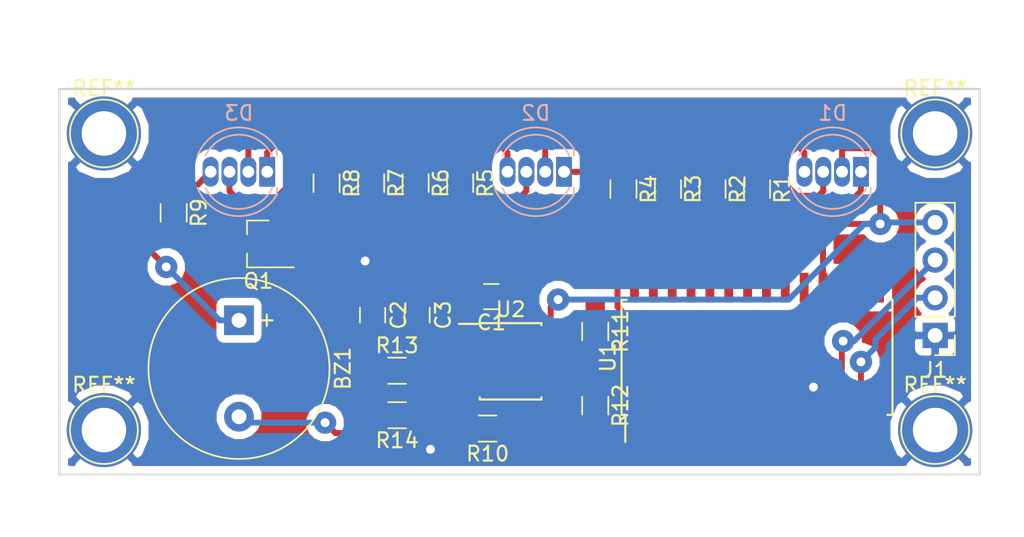
<source format=kicad_pcb>
(kicad_pcb (version 4) (host pcbnew 4.0.6)

  (general
    (links 52)
    (no_connects 3)
    (area 140.924999 89.924999 203.075001 116.075001)
    (thickness 1.6)
    (drawings 4)
    (tracks 253)
    (zones 0)
    (modules 29)
    (nets 42)
  )

  (page A4)
  (layers
    (0 F.Cu signal)
    (31 B.Cu signal)
    (32 B.Adhes user)
    (33 F.Adhes user)
    (34 B.Paste user)
    (35 F.Paste user)
    (36 B.SilkS user)
    (37 F.SilkS user)
    (38 B.Mask user)
    (39 F.Mask user)
    (40 Dwgs.User user)
    (41 Cmts.User user)
    (42 Eco1.User user)
    (43 Eco2.User user)
    (44 Edge.Cuts user)
    (45 Margin user)
    (46 B.CrtYd user)
    (47 F.CrtYd user)
    (48 B.Fab user)
    (49 F.Fab user)
  )

  (setup
    (last_trace_width 0.4)
    (trace_clearance 0.3)
    (zone_clearance 0.508)
    (zone_45_only yes)
    (trace_min 0.2)
    (segment_width 0.2)
    (edge_width 0.15)
    (via_size 1.5)
    (via_drill 0.6)
    (via_min_size 0.4)
    (via_min_drill 0.3)
    (uvia_size 0.3)
    (uvia_drill 0.1)
    (uvias_allowed no)
    (uvia_min_size 0.2)
    (uvia_min_drill 0.1)
    (pcb_text_width 0.3)
    (pcb_text_size 1.5 1.5)
    (mod_edge_width 0.15)
    (mod_text_size 1 1)
    (mod_text_width 0.15)
    (pad_size 1.07 2)
    (pad_drill 0.8)
    (pad_to_mask_clearance 0.2)
    (aux_axis_origin 0 0)
    (visible_elements 7FFFFFFF)
    (pcbplotparams
      (layerselection 0x00030_80000001)
      (usegerberextensions false)
      (excludeedgelayer true)
      (linewidth 0.050000)
      (plotframeref false)
      (viasonmask false)
      (mode 1)
      (useauxorigin false)
      (hpglpennumber 1)
      (hpglpenspeed 20)
      (hpglpendiameter 15)
      (hpglpenoverlay 2)
      (psnegative false)
      (psa4output false)
      (plotreference true)
      (plotvalue true)
      (plotinvisibletext false)
      (padsonsilk false)
      (subtractmaskfromsilk false)
      (outputformat 1)
      (mirror false)
      (drillshape 1)
      (scaleselection 1)
      (outputdirectory piiri/))
  )

  (net 0 "")
  (net 1 "Net-(BZ1-Pad2)")
  (net 2 "Net-(C1-Pad1)")
  (net 3 GND)
  (net 4 "Net-(C2-Pad2)")
  (net 5 "Net-(D1-Pad1)")
  (net 6 "Net-(D1-Pad3)")
  (net 7 "Net-(D1-Pad4)")
  (net 8 "Net-(D2-Pad1)")
  (net 9 "Net-(D2-Pad3)")
  (net 10 "Net-(D2-Pad4)")
  (net 11 "Net-(D3-Pad1)")
  (net 12 "Net-(D3-Pad3)")
  (net 13 "Net-(D3-Pad4)")
  (net 14 "Net-(J1-Pad2)")
  (net 15 "Net-(J1-Pad3)")
  (net 16 "Net-(Q1-Pad1)")
  (net 17 "Net-(Q1-Pad3)")
  (net 18 "Net-(R1-Pad2)")
  (net 19 "Net-(R2-Pad2)")
  (net 20 "Net-(R3-Pad2)")
  (net 21 "Net-(R4-Pad2)")
  (net 22 "Net-(R5-Pad2)")
  (net 23 "Net-(R6-Pad2)")
  (net 24 "Net-(R7-Pad2)")
  (net 25 "Net-(R8-Pad2)")
  (net 26 "Net-(R9-Pad2)")
  (net 27 "Net-(R10-Pad1)")
  (net 28 "Net-(R11-Pad2)")
  (net 29 "Net-(R13-Pad2)")
  (net 30 "Net-(U1-Pad3)")
  (net 31 "Net-(U1-Pad4)")
  (net 32 "Net-(U1-Pad5)")
  (net 33 "Net-(U1-Pad6)")
  (net 34 "Net-(U1-Pad7)")
  (net 35 "Net-(U1-Pad8)")
  (net 36 "Net-(U1-Pad15)")
  (net 37 "Net-(U1-Pad16)")
  (net 38 "Net-(U1-Pad17)")
  (net 39 "Net-(U1-Pad19)")
  (net 40 "Net-(U1-Pad20)")
  (net 41 +5V)

  (net_class Default "Tämä on oletuskytkentäverkkoluokka."
    (clearance 0.3)
    (trace_width 0.4)
    (via_dia 1.5)
    (via_drill 0.6)
    (uvia_dia 0.3)
    (uvia_drill 0.1)
    (add_net +5V)
    (add_net GND)
    (add_net "Net-(BZ1-Pad2)")
    (add_net "Net-(C1-Pad1)")
    (add_net "Net-(C2-Pad2)")
    (add_net "Net-(D1-Pad1)")
    (add_net "Net-(D1-Pad3)")
    (add_net "Net-(D1-Pad4)")
    (add_net "Net-(D2-Pad1)")
    (add_net "Net-(D2-Pad3)")
    (add_net "Net-(D2-Pad4)")
    (add_net "Net-(D3-Pad1)")
    (add_net "Net-(D3-Pad3)")
    (add_net "Net-(D3-Pad4)")
    (add_net "Net-(J1-Pad2)")
    (add_net "Net-(J1-Pad3)")
    (add_net "Net-(Q1-Pad1)")
    (add_net "Net-(Q1-Pad3)")
    (add_net "Net-(R1-Pad2)")
    (add_net "Net-(R10-Pad1)")
    (add_net "Net-(R11-Pad2)")
    (add_net "Net-(R13-Pad2)")
    (add_net "Net-(R2-Pad2)")
    (add_net "Net-(R3-Pad2)")
    (add_net "Net-(R4-Pad2)")
    (add_net "Net-(R5-Pad2)")
    (add_net "Net-(R6-Pad2)")
    (add_net "Net-(R7-Pad2)")
    (add_net "Net-(R8-Pad2)")
    (add_net "Net-(R9-Pad2)")
    (add_net "Net-(U1-Pad15)")
    (add_net "Net-(U1-Pad16)")
    (add_net "Net-(U1-Pad17)")
    (add_net "Net-(U1-Pad19)")
    (add_net "Net-(U1-Pad20)")
    (add_net "Net-(U1-Pad3)")
    (add_net "Net-(U1-Pad4)")
    (add_net "Net-(U1-Pad5)")
    (add_net "Net-(U1-Pad6)")
    (add_net "Net-(U1-Pad7)")
    (add_net "Net-(U1-Pad8)")
  )

  (module Connectors:1pin (layer F.Cu) (tedit 598CFDE0) (tstamp 598CFE2F)
    (at 144 113)
    (descr "module 1 pin (ou trou mecanique de percage)")
    (tags DEV)
    (fp_text reference REF** (at 0 -3.048) (layer F.SilkS)
      (effects (font (size 1 1) (thickness 0.15)))
    )
    (fp_text value 1pin (at 0 3) (layer F.Fab)
      (effects (font (size 1 1) (thickness 0.15)))
    )
    (fp_circle (center 0 0) (end 2 0.8) (layer F.Fab) (width 0.1))
    (fp_circle (center 0 0) (end 2.6 0) (layer F.CrtYd) (width 0.05))
    (fp_circle (center 0 0) (end 0 -2.286) (layer F.SilkS) (width 0.12))
    (pad 1 thru_hole circle (at 0 0) (size 5 5) (drill 3) (layers *.Cu *.Mask)
      (net 3 GND))
  )

  (module Connectors:1pin (layer F.Cu) (tedit 598CFDE0) (tstamp 598CFDFD)
    (at 144 93)
    (descr "module 1 pin (ou trou mecanique de percage)")
    (tags DEV)
    (fp_text reference REF** (at 0 -3.048) (layer F.SilkS)
      (effects (font (size 1 1) (thickness 0.15)))
    )
    (fp_text value 1pin (at 0 3) (layer F.Fab)
      (effects (font (size 1 1) (thickness 0.15)))
    )
    (fp_circle (center 0 0) (end 2 0.8) (layer F.Fab) (width 0.1))
    (fp_circle (center 0 0) (end 2.6 0) (layer F.CrtYd) (width 0.05))
    (fp_circle (center 0 0) (end 0 -2.286) (layer F.SilkS) (width 0.12))
    (pad 1 thru_hole circle (at 0 0) (size 5 5) (drill 3) (layers *.Cu *.Mask)
      (net 3 GND))
  )

  (module Connectors:1pin (layer F.Cu) (tedit 598CFDE0) (tstamp 598CFDF6)
    (at 200 93)
    (descr "module 1 pin (ou trou mecanique de percage)")
    (tags DEV)
    (fp_text reference REF** (at 0 -3.048) (layer F.SilkS)
      (effects (font (size 1 1) (thickness 0.15)))
    )
    (fp_text value 1pin (at 0 3) (layer F.Fab)
      (effects (font (size 1 1) (thickness 0.15)))
    )
    (fp_circle (center 0 0) (end 2 0.8) (layer F.Fab) (width 0.1))
    (fp_circle (center 0 0) (end 2.6 0) (layer F.CrtYd) (width 0.05))
    (fp_circle (center 0 0) (end 0 -2.286) (layer F.SilkS) (width 0.12))
    (pad 1 thru_hole circle (at 0 0) (size 5 5) (drill 3) (layers *.Cu *.Mask)
      (net 3 GND))
  )

  (module Buzzers_Beepers:MagneticBuzzer_ProSignal_ABT-410-RC (layer F.Cu) (tedit 598CFF32) (tstamp 598CD74B)
    (at 153.1 105.6 270)
    (descr "Buzzer, Elektromagnetic Beeper, Summer, 1,5V-DC,")
    (tags "Pro Signal ABT-410-RC ")
    (path /598CA645)
    (fp_text reference BZ1 (at 3.25 -7 270) (layer F.SilkS)
      (effects (font (size 1 1) (thickness 0.15)))
    )
    (fp_text value Buzzer (at 3.25 7 270) (layer F.Fab)
      (effects (font (size 1 1) (thickness 0.15)))
    )
    (fp_text user + (at 0 -1.8 270) (layer F.Fab)
      (effects (font (size 1 1) (thickness 0.15)))
    )
    (fp_circle (center 3.25 0) (end 9.5 0) (layer F.CrtYd) (width 0.05))
    (fp_circle (center 3.25 0) (end 9.35 0) (layer F.SilkS) (width 0.12))
    (fp_text user + (at 0 -1.8 270) (layer F.SilkS)
      (effects (font (size 1 1) (thickness 0.15)))
    )
    (fp_text user %R (at 3.4 -2.9 270) (layer F.Fab)
      (effects (font (size 1 1) (thickness 0.15)))
    )
    (fp_circle (center 3.25 0) (end 4.4 0) (layer F.Fab) (width 0.1))
    (fp_circle (center 3.25 0) (end 9.25 0) (layer F.Fab) (width 0.1))
    (pad 1 thru_hole rect (at 0 0 270) (size 2 2) (drill 1) (layers *.Cu *.Mask)
      (net 41 +5V))
    (pad 2 thru_hole circle (at 6.5 0 270) (size 2 2) (drill 1) (layers *.Cu *.Mask)
      (net 1 "Net-(BZ1-Pad2)"))
    (model ${KISYS3DMOD}/Buzzers_Beepers.3dshapes/MagneticBuzzer_ProSignal_ABT-410-RC.wrl
      (at (xyz 0 0 0))
      (scale (xyz 1 1 1))
      (rotate (xyz 0 0 0))
    )
  )

  (module Capacitors_SMD:C_0805_HandSoldering (layer F.Cu) (tedit 58AA84A8) (tstamp 598CD751)
    (at 170.1 104 180)
    (descr "Capacitor SMD 0805, hand soldering")
    (tags "capacitor 0805")
    (path /598CB4C5)
    (attr smd)
    (fp_text reference C1 (at 0 -1.75 180) (layer F.SilkS)
      (effects (font (size 1 1) (thickness 0.15)))
    )
    (fp_text value 10n (at -0.9 1.75 180) (layer F.Fab)
      (effects (font (size 1 1) (thickness 0.15)))
    )
    (fp_text user %R (at 1.85 1.75 180) (layer F.Fab)
      (effects (font (size 1 1) (thickness 0.15)))
    )
    (fp_line (start -1 0.62) (end -1 -0.62) (layer F.Fab) (width 0.1))
    (fp_line (start 1 0.62) (end -1 0.62) (layer F.Fab) (width 0.1))
    (fp_line (start 1 -0.62) (end 1 0.62) (layer F.Fab) (width 0.1))
    (fp_line (start -1 -0.62) (end 1 -0.62) (layer F.Fab) (width 0.1))
    (fp_line (start 0.5 -0.85) (end -0.5 -0.85) (layer F.SilkS) (width 0.12))
    (fp_line (start -0.5 0.85) (end 0.5 0.85) (layer F.SilkS) (width 0.12))
    (fp_line (start -2.25 -0.88) (end 2.25 -0.88) (layer F.CrtYd) (width 0.05))
    (fp_line (start -2.25 -0.88) (end -2.25 0.87) (layer F.CrtYd) (width 0.05))
    (fp_line (start 2.25 0.87) (end 2.25 -0.88) (layer F.CrtYd) (width 0.05))
    (fp_line (start 2.25 0.87) (end -2.25 0.87) (layer F.CrtYd) (width 0.05))
    (pad 1 smd rect (at -1.25 0 180) (size 1.5 1.25) (layers F.Cu F.Paste F.Mask)
      (net 2 "Net-(C1-Pad1)"))
    (pad 2 smd rect (at 1.25 0 180) (size 1.5 1.25) (layers F.Cu F.Paste F.Mask)
      (net 3 GND))
    (model Capacitors_SMD.3dshapes/C_0805.wrl
      (at (xyz 0 0 0))
      (scale (xyz 1 1 1))
      (rotate (xyz 0 0 0))
    )
  )

  (module Capacitors_SMD:C_0805_HandSoldering (layer F.Cu) (tedit 58AA84A8) (tstamp 598CD757)
    (at 162.1 105.25 270)
    (descr "Capacitor SMD 0805, hand soldering")
    (tags "capacitor 0805")
    (path /598CAEA6)
    (attr smd)
    (fp_text reference C2 (at 0 -1.75 270) (layer F.SilkS)
      (effects (font (size 1 1) (thickness 0.15)))
    )
    (fp_text value 33n (at -2 1.35 270) (layer F.Fab)
      (effects (font (size 1 1) (thickness 0.15)))
    )
    (fp_text user %R (at 0.75 1.35 270) (layer F.Fab)
      (effects (font (size 1 1) (thickness 0.15)))
    )
    (fp_line (start -1 0.62) (end -1 -0.62) (layer F.Fab) (width 0.1))
    (fp_line (start 1 0.62) (end -1 0.62) (layer F.Fab) (width 0.1))
    (fp_line (start 1 -0.62) (end 1 0.62) (layer F.Fab) (width 0.1))
    (fp_line (start -1 -0.62) (end 1 -0.62) (layer F.Fab) (width 0.1))
    (fp_line (start 0.5 -0.85) (end -0.5 -0.85) (layer F.SilkS) (width 0.12))
    (fp_line (start -0.5 0.85) (end 0.5 0.85) (layer F.SilkS) (width 0.12))
    (fp_line (start -2.25 -0.88) (end 2.25 -0.88) (layer F.CrtYd) (width 0.05))
    (fp_line (start -2.25 -0.88) (end -2.25 0.87) (layer F.CrtYd) (width 0.05))
    (fp_line (start 2.25 0.87) (end 2.25 -0.88) (layer F.CrtYd) (width 0.05))
    (fp_line (start 2.25 0.87) (end -2.25 0.87) (layer F.CrtYd) (width 0.05))
    (pad 1 smd rect (at -1.25 0 270) (size 1.5 1.25) (layers F.Cu F.Paste F.Mask)
      (net 3 GND))
    (pad 2 smd rect (at 1.25 0 270) (size 1.5 1.25) (layers F.Cu F.Paste F.Mask)
      (net 4 "Net-(C2-Pad2)"))
    (model Capacitors_SMD.3dshapes/C_0805.wrl
      (at (xyz 0 0 0))
      (scale (xyz 1 1 1))
      (rotate (xyz 0 0 0))
    )
  )

  (module Capacitors_SMD:C_0805_HandSoldering (layer F.Cu) (tedit 58AA84A8) (tstamp 598CD75D)
    (at 165.1 105.25 270)
    (descr "Capacitor SMD 0805, hand soldering")
    (tags "capacitor 0805")
    (path /598CFACC)
    (attr smd)
    (fp_text reference C3 (at 0 -1.75 270) (layer F.SilkS)
      (effects (font (size 1 1) (thickness 0.15)))
    )
    (fp_text value 22n (at -2 1.35 270) (layer F.Fab)
      (effects (font (size 1 1) (thickness 0.15)))
    )
    (fp_text user %R (at 0.75 1.35 270) (layer F.Fab)
      (effects (font (size 1 1) (thickness 0.15)))
    )
    (fp_line (start -1 0.62) (end -1 -0.62) (layer F.Fab) (width 0.1))
    (fp_line (start 1 0.62) (end -1 0.62) (layer F.Fab) (width 0.1))
    (fp_line (start 1 -0.62) (end 1 0.62) (layer F.Fab) (width 0.1))
    (fp_line (start -1 -0.62) (end 1 -0.62) (layer F.Fab) (width 0.1))
    (fp_line (start 0.5 -0.85) (end -0.5 -0.85) (layer F.SilkS) (width 0.12))
    (fp_line (start -0.5 0.85) (end 0.5 0.85) (layer F.SilkS) (width 0.12))
    (fp_line (start -2.25 -0.88) (end 2.25 -0.88) (layer F.CrtYd) (width 0.05))
    (fp_line (start -2.25 -0.88) (end -2.25 0.87) (layer F.CrtYd) (width 0.05))
    (fp_line (start 2.25 0.87) (end 2.25 -0.88) (layer F.CrtYd) (width 0.05))
    (fp_line (start 2.25 0.87) (end -2.25 0.87) (layer F.CrtYd) (width 0.05))
    (pad 1 smd rect (at -1.25 0 270) (size 1.5 1.25) (layers F.Cu F.Paste F.Mask)
      (net 3 GND))
    (pad 2 smd rect (at 1.25 0 270) (size 1.5 1.25) (layers F.Cu F.Paste F.Mask)
      (net 4 "Net-(C2-Pad2)"))
    (model Capacitors_SMD.3dshapes/C_0805.wrl
      (at (xyz 0 0 0))
      (scale (xyz 1 1 1))
      (rotate (xyz 0 0 0))
    )
  )

  (module LEDs:LED_D5.0mm-4 (layer B.Cu) (tedit 598CFF9C) (tstamp 598CD765)
    (at 195 95.584568 180)
    (descr "LED, diameter 5.0mm, 2 pins, diameter 5.0mm, 3 pins, diameter 5.0mm, 4 pins, http://www.kingbright.com/attachments/file/psearch/000/00/00/L-154A4SUREQBFZGEW(Ver.9A).pdf")
    (tags "LED diameter 5.0mm 2 pins diameter 5.0mm 3 pins diameter 5.0mm 4 pins")
    (path /598C94DD)
    (fp_text reference D1 (at 1.905 3.96 180) (layer B.SilkS)
      (effects (font (size 1 1) (thickness 0.15)) (justify mirror))
    )
    (fp_text value LED_RAGB (at 2.4 -3.715432 180) (layer B.Fab)
      (effects (font (size 1 1) (thickness 0.15)) (justify mirror))
    )
    (fp_arc (start 1.905 0) (end -0.595 1.469694) (angle -299.1) (layer B.Fab) (width 0.1))
    (fp_arc (start 1.905 0) (end -0.655 1.54483) (angle -127.7) (layer B.SilkS) (width 0.12))
    (fp_arc (start 1.905 0) (end -0.655 -1.54483) (angle 127.7) (layer B.SilkS) (width 0.12))
    (fp_arc (start 1.905 0) (end -0.349684 1.08) (angle -128.8) (layer B.SilkS) (width 0.12))
    (fp_arc (start 1.905 0) (end -0.349684 -1.08) (angle 128.8) (layer B.SilkS) (width 0.12))
    (fp_circle (center 1.905 0) (end 4.405 0) (layer B.Fab) (width 0.1))
    (fp_line (start -0.595 1.469694) (end -0.595 -1.469694) (layer B.Fab) (width 0.1))
    (fp_line (start -0.655 1.545) (end -0.655 1.08) (layer B.SilkS) (width 0.12))
    (fp_line (start -0.655 -1.08) (end -0.655 -1.545) (layer B.SilkS) (width 0.12))
    (fp_line (start -1.35 3.25) (end -1.35 -3.25) (layer B.CrtYd) (width 0.05))
    (fp_line (start -1.35 -3.25) (end 5.15 -3.25) (layer B.CrtYd) (width 0.05))
    (fp_line (start 5.15 -3.25) (end 5.15 3.25) (layer B.CrtYd) (width 0.05))
    (fp_line (start 5.15 3.25) (end -1.35 3.25) (layer B.CrtYd) (width 0.05))
    (pad 1 thru_hole rect (at 0 0 180) (size 1.07 2) (drill 0.8) (layers *.Cu *.Mask)
      (net 5 "Net-(D1-Pad1)"))
    (pad 2 thru_hole oval (at 1.27 0 180) (size 1.07 2) (drill 0.8) (layers *.Cu *.Mask)
      (net 41 +5V))
    (pad 3 thru_hole oval (at 2.54 0 180) (size 1.07 2) (drill 0.8) (layers *.Cu *.Mask)
      (net 6 "Net-(D1-Pad3)"))
    (pad 4 thru_hole oval (at 3.81 0 180) (size 1.07 2) (drill 0.8) (layers *.Cu *.Mask)
      (net 7 "Net-(D1-Pad4)"))
    (model ${KISYS3DMOD}/LEDs.3dshapes/LED_D5.0mm-4.wrl
      (at (xyz 0 0 0))
      (scale (xyz 0.393701 0.393701 0.393701))
      (rotate (xyz 0 0 0))
    )
  )

  (module LEDs:LED_D5.0mm-4 (layer B.Cu) (tedit 598CFFAF) (tstamp 598CD76D)
    (at 175 95.584568 180)
    (descr "LED, diameter 5.0mm, 2 pins, diameter 5.0mm, 3 pins, diameter 5.0mm, 4 pins, http://www.kingbright.com/attachments/file/psearch/000/00/00/L-154A4SUREQBFZGEW(Ver.9A).pdf")
    (tags "LED diameter 5.0mm 2 pins diameter 5.0mm 3 pins diameter 5.0mm 4 pins")
    (path /598C9574)
    (fp_text reference D2 (at 1.905 3.96 180) (layer B.SilkS)
      (effects (font (size 1 1) (thickness 0.15)) (justify mirror))
    )
    (fp_text value LED_RAGB (at 1.1 -2.715432 180) (layer B.Fab)
      (effects (font (size 1 1) (thickness 0.15)) (justify mirror))
    )
    (fp_arc (start 1.905 0) (end -0.595 1.469694) (angle -299.1) (layer B.Fab) (width 0.1))
    (fp_arc (start 1.905 0) (end -0.655 1.54483) (angle -127.7) (layer B.SilkS) (width 0.12))
    (fp_arc (start 1.905 0) (end -0.655 -1.54483) (angle 127.7) (layer B.SilkS) (width 0.12))
    (fp_arc (start 1.905 0) (end -0.349684 1.08) (angle -128.8) (layer B.SilkS) (width 0.12))
    (fp_arc (start 1.905 0) (end -0.349684 -1.08) (angle 128.8) (layer B.SilkS) (width 0.12))
    (fp_circle (center 1.905 0) (end 4.405 0) (layer B.Fab) (width 0.1))
    (fp_line (start -0.595 1.469694) (end -0.595 -1.469694) (layer B.Fab) (width 0.1))
    (fp_line (start -0.655 1.545) (end -0.655 1.08) (layer B.SilkS) (width 0.12))
    (fp_line (start -0.655 -1.08) (end -0.655 -1.545) (layer B.SilkS) (width 0.12))
    (fp_line (start -1.35 3.25) (end -1.35 -3.25) (layer B.CrtYd) (width 0.05))
    (fp_line (start -1.35 -3.25) (end 5.15 -3.25) (layer B.CrtYd) (width 0.05))
    (fp_line (start 5.15 -3.25) (end 5.15 3.25) (layer B.CrtYd) (width 0.05))
    (fp_line (start 5.15 3.25) (end -1.35 3.25) (layer B.CrtYd) (width 0.05))
    (pad 1 thru_hole rect (at 0 0 180) (size 1.07 2) (drill 0.8) (layers *.Cu *.Mask)
      (net 8 "Net-(D2-Pad1)"))
    (pad 2 thru_hole oval (at 1.27 0 180) (size 1.07 2) (drill 0.8) (layers *.Cu *.Mask)
      (net 41 +5V))
    (pad 3 thru_hole oval (at 2.54 0 180) (size 1.07 2) (drill 0.8) (layers *.Cu *.Mask)
      (net 9 "Net-(D2-Pad3)"))
    (pad 4 thru_hole oval (at 3.81 0 180) (size 1.07 2) (drill 0.8) (layers *.Cu *.Mask)
      (net 10 "Net-(D2-Pad4)"))
    (model ${KISYS3DMOD}/LEDs.3dshapes/LED_D5.0mm-4.wrl
      (at (xyz 0 0 0))
      (scale (xyz 0.393701 0.393701 0.393701))
      (rotate (xyz 0 0 0))
    )
  )

  (module LEDs:LED_D5.0mm-4 (layer B.Cu) (tedit 598CFFC5) (tstamp 598CD775)
    (at 155 95.584568 180)
    (descr "LED, diameter 5.0mm, 2 pins, diameter 5.0mm, 3 pins, diameter 5.0mm, 4 pins, http://www.kingbright.com/attachments/file/psearch/000/00/00/L-154A4SUREQBFZGEW(Ver.9A).pdf")
    (tags "LED diameter 5.0mm 2 pins diameter 5.0mm 3 pins diameter 5.0mm 4 pins")
    (path /598C95B4)
    (fp_text reference D3 (at 1.905 3.96 180) (layer B.SilkS)
      (effects (font (size 1 1) (thickness 0.15)) (justify mirror))
    )
    (fp_text value LED_RAGB (at 1.6 -2.515432 180) (layer B.Fab)
      (effects (font (size 1 1) (thickness 0.15)) (justify mirror))
    )
    (fp_arc (start 1.905 0) (end -0.595 1.469694) (angle -299.1) (layer B.Fab) (width 0.1))
    (fp_arc (start 1.905 0) (end -0.655 1.54483) (angle -127.7) (layer B.SilkS) (width 0.12))
    (fp_arc (start 1.905 0) (end -0.655 -1.54483) (angle 127.7) (layer B.SilkS) (width 0.12))
    (fp_arc (start 1.905 0) (end -0.349684 1.08) (angle -128.8) (layer B.SilkS) (width 0.12))
    (fp_arc (start 1.905 0) (end -0.349684 -1.08) (angle 128.8) (layer B.SilkS) (width 0.12))
    (fp_circle (center 1.905 0) (end 4.405 0) (layer B.Fab) (width 0.1))
    (fp_line (start -0.595 1.469694) (end -0.595 -1.469694) (layer B.Fab) (width 0.1))
    (fp_line (start -0.655 1.545) (end -0.655 1.08) (layer B.SilkS) (width 0.12))
    (fp_line (start -0.655 -1.08) (end -0.655 -1.545) (layer B.SilkS) (width 0.12))
    (fp_line (start -1.35 3.25) (end -1.35 -3.25) (layer B.CrtYd) (width 0.05))
    (fp_line (start -1.35 -3.25) (end 5.15 -3.25) (layer B.CrtYd) (width 0.05))
    (fp_line (start 5.15 -3.25) (end 5.15 3.25) (layer B.CrtYd) (width 0.05))
    (fp_line (start 5.15 3.25) (end -1.35 3.25) (layer B.CrtYd) (width 0.05))
    (pad 1 thru_hole rect (at 0 0 180) (size 1.07 2) (drill 0.8) (layers *.Cu *.Mask)
      (net 11 "Net-(D3-Pad1)"))
    (pad 2 thru_hole oval (at 1.27 0 180) (size 1.07 2) (drill 0.8) (layers *.Cu *.Mask)
      (net 41 +5V))
    (pad 3 thru_hole oval (at 2.54 0 180) (size 1.07 2) (drill 0.8) (layers *.Cu *.Mask)
      (net 12 "Net-(D3-Pad3)"))
    (pad 4 thru_hole oval (at 3.81 0 180) (size 1.07 2) (drill 0.8) (layers *.Cu *.Mask)
      (net 13 "Net-(D3-Pad4)"))
    (model ${KISYS3DMOD}/LEDs.3dshapes/LED_D5.0mm-4.wrl
      (at (xyz 0 0 0))
      (scale (xyz 0.393701 0.393701 0.393701))
      (rotate (xyz 0 0 0))
    )
  )

  (module Pin_Headers:Pin_Header_Straight_1x04_Pitch2.54mm (layer F.Cu) (tedit 59650532) (tstamp 598CD77D)
    (at 200 106.62 180)
    (descr "Through hole straight pin header, 1x04, 2.54mm pitch, single row")
    (tags "Through hole pin header THT 1x04 2.54mm single row")
    (path /598C946A)
    (fp_text reference J1 (at 0 -2.33 180) (layer F.SilkS)
      (effects (font (size 1 1) (thickness 0.15)))
    )
    (fp_text value CONN_01X04 (at 2.1 4 270) (layer F.Fab)
      (effects (font (size 1 1) (thickness 0.15)))
    )
    (fp_line (start -0.635 -1.27) (end 1.27 -1.27) (layer F.Fab) (width 0.1))
    (fp_line (start 1.27 -1.27) (end 1.27 8.89) (layer F.Fab) (width 0.1))
    (fp_line (start 1.27 8.89) (end -1.27 8.89) (layer F.Fab) (width 0.1))
    (fp_line (start -1.27 8.89) (end -1.27 -0.635) (layer F.Fab) (width 0.1))
    (fp_line (start -1.27 -0.635) (end -0.635 -1.27) (layer F.Fab) (width 0.1))
    (fp_line (start -1.33 8.95) (end 1.33 8.95) (layer F.SilkS) (width 0.12))
    (fp_line (start -1.33 1.27) (end -1.33 8.95) (layer F.SilkS) (width 0.12))
    (fp_line (start 1.33 1.27) (end 1.33 8.95) (layer F.SilkS) (width 0.12))
    (fp_line (start -1.33 1.27) (end 1.33 1.27) (layer F.SilkS) (width 0.12))
    (fp_line (start -1.33 0) (end -1.33 -1.33) (layer F.SilkS) (width 0.12))
    (fp_line (start -1.33 -1.33) (end 0 -1.33) (layer F.SilkS) (width 0.12))
    (fp_line (start -1.8 -1.8) (end -1.8 9.4) (layer F.CrtYd) (width 0.05))
    (fp_line (start -1.8 9.4) (end 1.8 9.4) (layer F.CrtYd) (width 0.05))
    (fp_line (start 1.8 9.4) (end 1.8 -1.8) (layer F.CrtYd) (width 0.05))
    (fp_line (start 1.8 -1.8) (end -1.8 -1.8) (layer F.CrtYd) (width 0.05))
    (fp_text user %R (at 0 3.81 270) (layer F.Fab)
      (effects (font (size 1 1) (thickness 0.15)))
    )
    (pad 1 thru_hole rect (at 0 0 180) (size 1.7 1.7) (drill 1) (layers *.Cu *.Mask)
      (net 3 GND))
    (pad 2 thru_hole oval (at 0 2.54 180) (size 1.7 1.7) (drill 1) (layers *.Cu *.Mask)
      (net 14 "Net-(J1-Pad2)"))
    (pad 3 thru_hole oval (at 0 5.08 180) (size 1.7 1.7) (drill 1) (layers *.Cu *.Mask)
      (net 15 "Net-(J1-Pad3)"))
    (pad 4 thru_hole oval (at 0 7.62 180) (size 1.7 1.7) (drill 1) (layers *.Cu *.Mask)
      (net 41 +5V))
    (model ${KISYS3DMOD}/Pin_Headers.3dshapes/Pin_Header_Straight_1x04_Pitch2.54mm.wrl
      (at (xyz 0 0 0))
      (scale (xyz 1 1 1))
      (rotate (xyz 0 0 0))
    )
  )

  (module TO_SOT_Packages_SMD:SOT-23_Handsoldering (layer F.Cu) (tedit 58CE4E7E) (tstamp 598CD784)
    (at 154.4 100.45 180)
    (descr "SOT-23, Handsoldering")
    (tags SOT-23)
    (path /598D0674)
    (attr smd)
    (fp_text reference Q1 (at 0 -2.5 180) (layer F.SilkS)
      (effects (font (size 1 1) (thickness 0.15)))
    )
    (fp_text value PMV20XNE (at -6.6 -0.05 180) (layer F.Fab)
      (effects (font (size 1 1) (thickness 0.15)))
    )
    (fp_text user %R (at 0 0 270) (layer F.Fab)
      (effects (font (size 0.5 0.5) (thickness 0.075)))
    )
    (fp_line (start 0.76 1.58) (end 0.76 0.65) (layer F.SilkS) (width 0.12))
    (fp_line (start 0.76 -1.58) (end 0.76 -0.65) (layer F.SilkS) (width 0.12))
    (fp_line (start -2.7 -1.75) (end 2.7 -1.75) (layer F.CrtYd) (width 0.05))
    (fp_line (start 2.7 -1.75) (end 2.7 1.75) (layer F.CrtYd) (width 0.05))
    (fp_line (start 2.7 1.75) (end -2.7 1.75) (layer F.CrtYd) (width 0.05))
    (fp_line (start -2.7 1.75) (end -2.7 -1.75) (layer F.CrtYd) (width 0.05))
    (fp_line (start 0.76 -1.58) (end -2.4 -1.58) (layer F.SilkS) (width 0.12))
    (fp_line (start -0.7 -0.95) (end -0.7 1.5) (layer F.Fab) (width 0.1))
    (fp_line (start -0.15 -1.52) (end 0.7 -1.52) (layer F.Fab) (width 0.1))
    (fp_line (start -0.7 -0.95) (end -0.15 -1.52) (layer F.Fab) (width 0.1))
    (fp_line (start 0.7 -1.52) (end 0.7 1.52) (layer F.Fab) (width 0.1))
    (fp_line (start -0.7 1.52) (end 0.7 1.52) (layer F.Fab) (width 0.1))
    (fp_line (start 0.76 1.58) (end -0.7 1.58) (layer F.SilkS) (width 0.12))
    (pad 1 smd rect (at -1.5 -0.95 180) (size 1.9 0.8) (layers F.Cu F.Paste F.Mask)
      (net 16 "Net-(Q1-Pad1)"))
    (pad 2 smd rect (at -1.5 0.95 180) (size 1.9 0.8) (layers F.Cu F.Paste F.Mask)
      (net 3 GND))
    (pad 3 smd rect (at 1.5 0 180) (size 1.9 0.8) (layers F.Cu F.Paste F.Mask)
      (net 17 "Net-(Q1-Pad3)"))
    (model ${KISYS3DMOD}/TO_SOT_Packages_SMD.3dshapes\SOT-23.wrl
      (at (xyz 0 0 0))
      (scale (xyz 1 1 1))
      (rotate (xyz 0 0 0))
    )
  )

  (module Resistors_SMD:R_0805_HandSoldering (layer F.Cu) (tedit 58E0A804) (tstamp 598CD78A)
    (at 188 96.75 270)
    (descr "Resistor SMD 0805, hand soldering")
    (tags "resistor 0805")
    (path /598CCAA1)
    (attr smd)
    (fp_text reference R1 (at 0 -1.7 270) (layer F.SilkS)
      (effects (font (size 1 1) (thickness 0.15)))
    )
    (fp_text value 640 (at -2.35 1.4 270) (layer F.Fab)
      (effects (font (size 1 1) (thickness 0.15)))
    )
    (fp_text user %R (at 0 0 270) (layer F.Fab)
      (effects (font (size 0.5 0.5) (thickness 0.075)))
    )
    (fp_line (start -1 0.62) (end -1 -0.62) (layer F.Fab) (width 0.1))
    (fp_line (start 1 0.62) (end -1 0.62) (layer F.Fab) (width 0.1))
    (fp_line (start 1 -0.62) (end 1 0.62) (layer F.Fab) (width 0.1))
    (fp_line (start -1 -0.62) (end 1 -0.62) (layer F.Fab) (width 0.1))
    (fp_line (start 0.6 0.88) (end -0.6 0.88) (layer F.SilkS) (width 0.12))
    (fp_line (start -0.6 -0.88) (end 0.6 -0.88) (layer F.SilkS) (width 0.12))
    (fp_line (start -2.35 -0.9) (end 2.35 -0.9) (layer F.CrtYd) (width 0.05))
    (fp_line (start -2.35 -0.9) (end -2.35 0.9) (layer F.CrtYd) (width 0.05))
    (fp_line (start 2.35 0.9) (end 2.35 -0.9) (layer F.CrtYd) (width 0.05))
    (fp_line (start 2.35 0.9) (end -2.35 0.9) (layer F.CrtYd) (width 0.05))
    (pad 1 smd rect (at -1.35 0 270) (size 1.5 1.3) (layers F.Cu F.Paste F.Mask)
      (net 5 "Net-(D1-Pad1)"))
    (pad 2 smd rect (at 1.35 0 270) (size 1.5 1.3) (layers F.Cu F.Paste F.Mask)
      (net 18 "Net-(R1-Pad2)"))
    (model ${KISYS3DMOD}/Resistors_SMD.3dshapes/R_0805.wrl
      (at (xyz 0 0 0))
      (scale (xyz 1 1 1))
      (rotate (xyz 0 0 0))
    )
  )

  (module Resistors_SMD:R_0805_HandSoldering (layer F.Cu) (tedit 58E0A804) (tstamp 598CD790)
    (at 185 96.75 270)
    (descr "Resistor SMD 0805, hand soldering")
    (tags "resistor 0805")
    (path /598CCAD8)
    (attr smd)
    (fp_text reference R2 (at 0 -1.7 270) (layer F.SilkS)
      (effects (font (size 1 1) (thickness 0.15)))
    )
    (fp_text value 1k86 (at -2.25 1.5 270) (layer F.Fab)
      (effects (font (size 1 1) (thickness 0.15)))
    )
    (fp_text user %R (at 0 0 270) (layer F.Fab)
      (effects (font (size 0.5 0.5) (thickness 0.075)))
    )
    (fp_line (start -1 0.62) (end -1 -0.62) (layer F.Fab) (width 0.1))
    (fp_line (start 1 0.62) (end -1 0.62) (layer F.Fab) (width 0.1))
    (fp_line (start 1 -0.62) (end 1 0.62) (layer F.Fab) (width 0.1))
    (fp_line (start -1 -0.62) (end 1 -0.62) (layer F.Fab) (width 0.1))
    (fp_line (start 0.6 0.88) (end -0.6 0.88) (layer F.SilkS) (width 0.12))
    (fp_line (start -0.6 -0.88) (end 0.6 -0.88) (layer F.SilkS) (width 0.12))
    (fp_line (start -2.35 -0.9) (end 2.35 -0.9) (layer F.CrtYd) (width 0.05))
    (fp_line (start -2.35 -0.9) (end -2.35 0.9) (layer F.CrtYd) (width 0.05))
    (fp_line (start 2.35 0.9) (end 2.35 -0.9) (layer F.CrtYd) (width 0.05))
    (fp_line (start 2.35 0.9) (end -2.35 0.9) (layer F.CrtYd) (width 0.05))
    (pad 1 smd rect (at -1.35 0 270) (size 1.5 1.3) (layers F.Cu F.Paste F.Mask)
      (net 6 "Net-(D1-Pad3)"))
    (pad 2 smd rect (at 1.35 0 270) (size 1.5 1.3) (layers F.Cu F.Paste F.Mask)
      (net 19 "Net-(R2-Pad2)"))
    (model ${KISYS3DMOD}/Resistors_SMD.3dshapes/R_0805.wrl
      (at (xyz 0 0 0))
      (scale (xyz 1 1 1))
      (rotate (xyz 0 0 0))
    )
  )

  (module Resistors_SMD:R_0805_HandSoldering (layer F.Cu) (tedit 58E0A804) (tstamp 598CD796)
    (at 182 96.75 270)
    (descr "Resistor SMD 0805, hand soldering")
    (tags "resistor 0805")
    (path /598CCB0F)
    (attr smd)
    (fp_text reference R3 (at 0 -1.7 270) (layer F.SilkS)
      (effects (font (size 1 1) (thickness 0.15)))
    )
    (fp_text value 4k6 (at -2.35 1.5 270) (layer F.Fab)
      (effects (font (size 1 1) (thickness 0.15)))
    )
    (fp_text user %R (at 0 0 270) (layer F.Fab)
      (effects (font (size 0.5 0.5) (thickness 0.075)))
    )
    (fp_line (start -1 0.62) (end -1 -0.62) (layer F.Fab) (width 0.1))
    (fp_line (start 1 0.62) (end -1 0.62) (layer F.Fab) (width 0.1))
    (fp_line (start 1 -0.62) (end 1 0.62) (layer F.Fab) (width 0.1))
    (fp_line (start -1 -0.62) (end 1 -0.62) (layer F.Fab) (width 0.1))
    (fp_line (start 0.6 0.88) (end -0.6 0.88) (layer F.SilkS) (width 0.12))
    (fp_line (start -0.6 -0.88) (end 0.6 -0.88) (layer F.SilkS) (width 0.12))
    (fp_line (start -2.35 -0.9) (end 2.35 -0.9) (layer F.CrtYd) (width 0.05))
    (fp_line (start -2.35 -0.9) (end -2.35 0.9) (layer F.CrtYd) (width 0.05))
    (fp_line (start 2.35 0.9) (end 2.35 -0.9) (layer F.CrtYd) (width 0.05))
    (fp_line (start 2.35 0.9) (end -2.35 0.9) (layer F.CrtYd) (width 0.05))
    (pad 1 smd rect (at -1.35 0 270) (size 1.5 1.3) (layers F.Cu F.Paste F.Mask)
      (net 7 "Net-(D1-Pad4)"))
    (pad 2 smd rect (at 1.35 0 270) (size 1.5 1.3) (layers F.Cu F.Paste F.Mask)
      (net 20 "Net-(R3-Pad2)"))
    (model ${KISYS3DMOD}/Resistors_SMD.3dshapes/R_0805.wrl
      (at (xyz 0 0 0))
      (scale (xyz 1 1 1))
      (rotate (xyz 0 0 0))
    )
  )

  (module Resistors_SMD:R_0805_HandSoldering (layer F.Cu) (tedit 58E0A804) (tstamp 598CD79C)
    (at 179 96.75 270)
    (descr "Resistor SMD 0805, hand soldering")
    (tags "resistor 0805")
    (path /598CCEB2)
    (attr smd)
    (fp_text reference R4 (at 0 -1.7 270) (layer F.SilkS)
      (effects (font (size 1 1) (thickness 0.15)))
    )
    (fp_text value 640 (at -2.65 1.75 270) (layer F.Fab)
      (effects (font (size 1 1) (thickness 0.15)))
    )
    (fp_text user %R (at 0 0 270) (layer F.Fab)
      (effects (font (size 0.5 0.5) (thickness 0.075)))
    )
    (fp_line (start -1 0.62) (end -1 -0.62) (layer F.Fab) (width 0.1))
    (fp_line (start 1 0.62) (end -1 0.62) (layer F.Fab) (width 0.1))
    (fp_line (start 1 -0.62) (end 1 0.62) (layer F.Fab) (width 0.1))
    (fp_line (start -1 -0.62) (end 1 -0.62) (layer F.Fab) (width 0.1))
    (fp_line (start 0.6 0.88) (end -0.6 0.88) (layer F.SilkS) (width 0.12))
    (fp_line (start -0.6 -0.88) (end 0.6 -0.88) (layer F.SilkS) (width 0.12))
    (fp_line (start -2.35 -0.9) (end 2.35 -0.9) (layer F.CrtYd) (width 0.05))
    (fp_line (start -2.35 -0.9) (end -2.35 0.9) (layer F.CrtYd) (width 0.05))
    (fp_line (start 2.35 0.9) (end 2.35 -0.9) (layer F.CrtYd) (width 0.05))
    (fp_line (start 2.35 0.9) (end -2.35 0.9) (layer F.CrtYd) (width 0.05))
    (pad 1 smd rect (at -1.35 0 270) (size 1.5 1.3) (layers F.Cu F.Paste F.Mask)
      (net 8 "Net-(D2-Pad1)"))
    (pad 2 smd rect (at 1.35 0 270) (size 1.5 1.3) (layers F.Cu F.Paste F.Mask)
      (net 21 "Net-(R4-Pad2)"))
    (model ${KISYS3DMOD}/Resistors_SMD.3dshapes/R_0805.wrl
      (at (xyz 0 0 0))
      (scale (xyz 1 1 1))
      (rotate (xyz 0 0 0))
    )
  )

  (module Resistors_SMD:R_0805_HandSoldering (layer F.Cu) (tedit 58E0A804) (tstamp 598CD7A2)
    (at 168 96.35 270)
    (descr "Resistor SMD 0805, hand soldering")
    (tags "resistor 0805")
    (path /598CCEB8)
    (attr smd)
    (fp_text reference R5 (at 0 -1.7 270) (layer F.SilkS)
      (effects (font (size 1 1) (thickness 0.15)))
    )
    (fp_text value 1k86 (at -1.95 1.5 270) (layer F.Fab)
      (effects (font (size 1 1) (thickness 0.15)))
    )
    (fp_text user %R (at 0 0 270) (layer F.Fab)
      (effects (font (size 0.5 0.5) (thickness 0.075)))
    )
    (fp_line (start -1 0.62) (end -1 -0.62) (layer F.Fab) (width 0.1))
    (fp_line (start 1 0.62) (end -1 0.62) (layer F.Fab) (width 0.1))
    (fp_line (start 1 -0.62) (end 1 0.62) (layer F.Fab) (width 0.1))
    (fp_line (start -1 -0.62) (end 1 -0.62) (layer F.Fab) (width 0.1))
    (fp_line (start 0.6 0.88) (end -0.6 0.88) (layer F.SilkS) (width 0.12))
    (fp_line (start -0.6 -0.88) (end 0.6 -0.88) (layer F.SilkS) (width 0.12))
    (fp_line (start -2.35 -0.9) (end 2.35 -0.9) (layer F.CrtYd) (width 0.05))
    (fp_line (start -2.35 -0.9) (end -2.35 0.9) (layer F.CrtYd) (width 0.05))
    (fp_line (start 2.35 0.9) (end 2.35 -0.9) (layer F.CrtYd) (width 0.05))
    (fp_line (start 2.35 0.9) (end -2.35 0.9) (layer F.CrtYd) (width 0.05))
    (pad 1 smd rect (at -1.35 0 270) (size 1.5 1.3) (layers F.Cu F.Paste F.Mask)
      (net 9 "Net-(D2-Pad3)"))
    (pad 2 smd rect (at 1.35 0 270) (size 1.5 1.3) (layers F.Cu F.Paste F.Mask)
      (net 22 "Net-(R5-Pad2)"))
    (model ${KISYS3DMOD}/Resistors_SMD.3dshapes/R_0805.wrl
      (at (xyz 0 0 0))
      (scale (xyz 1 1 1))
      (rotate (xyz 0 0 0))
    )
  )

  (module Resistors_SMD:R_0805_HandSoldering (layer F.Cu) (tedit 58E0A804) (tstamp 598CD7A8)
    (at 165 96.35 270)
    (descr "Resistor SMD 0805, hand soldering")
    (tags "resistor 0805")
    (path /598CCEBE)
    (attr smd)
    (fp_text reference R6 (at 0 -1.7 270) (layer F.SilkS)
      (effects (font (size 1 1) (thickness 0.15)))
    )
    (fp_text value 4k6 (at -1.95 1.4 270) (layer F.Fab)
      (effects (font (size 1 1) (thickness 0.15)))
    )
    (fp_text user %R (at 0 0 270) (layer F.Fab)
      (effects (font (size 0.5 0.5) (thickness 0.075)))
    )
    (fp_line (start -1 0.62) (end -1 -0.62) (layer F.Fab) (width 0.1))
    (fp_line (start 1 0.62) (end -1 0.62) (layer F.Fab) (width 0.1))
    (fp_line (start 1 -0.62) (end 1 0.62) (layer F.Fab) (width 0.1))
    (fp_line (start -1 -0.62) (end 1 -0.62) (layer F.Fab) (width 0.1))
    (fp_line (start 0.6 0.88) (end -0.6 0.88) (layer F.SilkS) (width 0.12))
    (fp_line (start -0.6 -0.88) (end 0.6 -0.88) (layer F.SilkS) (width 0.12))
    (fp_line (start -2.35 -0.9) (end 2.35 -0.9) (layer F.CrtYd) (width 0.05))
    (fp_line (start -2.35 -0.9) (end -2.35 0.9) (layer F.CrtYd) (width 0.05))
    (fp_line (start 2.35 0.9) (end 2.35 -0.9) (layer F.CrtYd) (width 0.05))
    (fp_line (start 2.35 0.9) (end -2.35 0.9) (layer F.CrtYd) (width 0.05))
    (pad 1 smd rect (at -1.35 0 270) (size 1.5 1.3) (layers F.Cu F.Paste F.Mask)
      (net 10 "Net-(D2-Pad4)"))
    (pad 2 smd rect (at 1.35 0 270) (size 1.5 1.3) (layers F.Cu F.Paste F.Mask)
      (net 23 "Net-(R6-Pad2)"))
    (model ${KISYS3DMOD}/Resistors_SMD.3dshapes/R_0805.wrl
      (at (xyz 0 0 0))
      (scale (xyz 1 1 1))
      (rotate (xyz 0 0 0))
    )
  )

  (module Resistors_SMD:R_0805_HandSoldering (layer F.Cu) (tedit 58E0A804) (tstamp 598CD7AE)
    (at 162 96.35 270)
    (descr "Resistor SMD 0805, hand soldering")
    (tags "resistor 0805")
    (path /598CCF90)
    (attr smd)
    (fp_text reference R7 (at 0 -1.7 270) (layer F.SilkS)
      (effects (font (size 1 1) (thickness 0.15)))
    )
    (fp_text value 640 (at -2.05 1.4 270) (layer F.Fab)
      (effects (font (size 1 1) (thickness 0.15)))
    )
    (fp_text user %R (at 0 0 270) (layer F.Fab)
      (effects (font (size 0.5 0.5) (thickness 0.075)))
    )
    (fp_line (start -1 0.62) (end -1 -0.62) (layer F.Fab) (width 0.1))
    (fp_line (start 1 0.62) (end -1 0.62) (layer F.Fab) (width 0.1))
    (fp_line (start 1 -0.62) (end 1 0.62) (layer F.Fab) (width 0.1))
    (fp_line (start -1 -0.62) (end 1 -0.62) (layer F.Fab) (width 0.1))
    (fp_line (start 0.6 0.88) (end -0.6 0.88) (layer F.SilkS) (width 0.12))
    (fp_line (start -0.6 -0.88) (end 0.6 -0.88) (layer F.SilkS) (width 0.12))
    (fp_line (start -2.35 -0.9) (end 2.35 -0.9) (layer F.CrtYd) (width 0.05))
    (fp_line (start -2.35 -0.9) (end -2.35 0.9) (layer F.CrtYd) (width 0.05))
    (fp_line (start 2.35 0.9) (end 2.35 -0.9) (layer F.CrtYd) (width 0.05))
    (fp_line (start 2.35 0.9) (end -2.35 0.9) (layer F.CrtYd) (width 0.05))
    (pad 1 smd rect (at -1.35 0 270) (size 1.5 1.3) (layers F.Cu F.Paste F.Mask)
      (net 11 "Net-(D3-Pad1)"))
    (pad 2 smd rect (at 1.35 0 270) (size 1.5 1.3) (layers F.Cu F.Paste F.Mask)
      (net 24 "Net-(R7-Pad2)"))
    (model ${KISYS3DMOD}/Resistors_SMD.3dshapes/R_0805.wrl
      (at (xyz 0 0 0))
      (scale (xyz 1 1 1))
      (rotate (xyz 0 0 0))
    )
  )

  (module Resistors_SMD:R_0805_HandSoldering (layer F.Cu) (tedit 58E0A804) (tstamp 598CD7B4)
    (at 159 96.35 270)
    (descr "Resistor SMD 0805, hand soldering")
    (tags "resistor 0805")
    (path /598CCF96)
    (attr smd)
    (fp_text reference R8 (at 0 -1.7 270) (layer F.SilkS)
      (effects (font (size 1 1) (thickness 0.15)))
    )
    (fp_text value 1k86 (at -1.85 1.7 270) (layer F.Fab)
      (effects (font (size 1 1) (thickness 0.15)))
    )
    (fp_text user %R (at 0 0 270) (layer F.Fab)
      (effects (font (size 0.5 0.5) (thickness 0.075)))
    )
    (fp_line (start -1 0.62) (end -1 -0.62) (layer F.Fab) (width 0.1))
    (fp_line (start 1 0.62) (end -1 0.62) (layer F.Fab) (width 0.1))
    (fp_line (start 1 -0.62) (end 1 0.62) (layer F.Fab) (width 0.1))
    (fp_line (start -1 -0.62) (end 1 -0.62) (layer F.Fab) (width 0.1))
    (fp_line (start 0.6 0.88) (end -0.6 0.88) (layer F.SilkS) (width 0.12))
    (fp_line (start -0.6 -0.88) (end 0.6 -0.88) (layer F.SilkS) (width 0.12))
    (fp_line (start -2.35 -0.9) (end 2.35 -0.9) (layer F.CrtYd) (width 0.05))
    (fp_line (start -2.35 -0.9) (end -2.35 0.9) (layer F.CrtYd) (width 0.05))
    (fp_line (start 2.35 0.9) (end 2.35 -0.9) (layer F.CrtYd) (width 0.05))
    (fp_line (start 2.35 0.9) (end -2.35 0.9) (layer F.CrtYd) (width 0.05))
    (pad 1 smd rect (at -1.35 0 270) (size 1.5 1.3) (layers F.Cu F.Paste F.Mask)
      (net 12 "Net-(D3-Pad3)"))
    (pad 2 smd rect (at 1.35 0 270) (size 1.5 1.3) (layers F.Cu F.Paste F.Mask)
      (net 25 "Net-(R8-Pad2)"))
    (model ${KISYS3DMOD}/Resistors_SMD.3dshapes/R_0805.wrl
      (at (xyz 0 0 0))
      (scale (xyz 1 1 1))
      (rotate (xyz 0 0 0))
    )
  )

  (module Resistors_SMD:R_0805_HandSoldering (layer F.Cu) (tedit 58E0A804) (tstamp 598CD7BA)
    (at 148.7 98.35 270)
    (descr "Resistor SMD 0805, hand soldering")
    (tags "resistor 0805")
    (path /598CCF9C)
    (attr smd)
    (fp_text reference R9 (at 0 -1.7 270) (layer F.SilkS)
      (effects (font (size 1 1) (thickness 0.15)))
    )
    (fp_text value 4k6 (at -1.75 1.5 270) (layer F.Fab)
      (effects (font (size 1 1) (thickness 0.15)))
    )
    (fp_text user %R (at 0 0 270) (layer F.Fab)
      (effects (font (size 0.5 0.5) (thickness 0.075)))
    )
    (fp_line (start -1 0.62) (end -1 -0.62) (layer F.Fab) (width 0.1))
    (fp_line (start 1 0.62) (end -1 0.62) (layer F.Fab) (width 0.1))
    (fp_line (start 1 -0.62) (end 1 0.62) (layer F.Fab) (width 0.1))
    (fp_line (start -1 -0.62) (end 1 -0.62) (layer F.Fab) (width 0.1))
    (fp_line (start 0.6 0.88) (end -0.6 0.88) (layer F.SilkS) (width 0.12))
    (fp_line (start -0.6 -0.88) (end 0.6 -0.88) (layer F.SilkS) (width 0.12))
    (fp_line (start -2.35 -0.9) (end 2.35 -0.9) (layer F.CrtYd) (width 0.05))
    (fp_line (start -2.35 -0.9) (end -2.35 0.9) (layer F.CrtYd) (width 0.05))
    (fp_line (start 2.35 0.9) (end 2.35 -0.9) (layer F.CrtYd) (width 0.05))
    (fp_line (start 2.35 0.9) (end -2.35 0.9) (layer F.CrtYd) (width 0.05))
    (pad 1 smd rect (at -1.35 0 270) (size 1.5 1.3) (layers F.Cu F.Paste F.Mask)
      (net 13 "Net-(D3-Pad4)"))
    (pad 2 smd rect (at 1.35 0 270) (size 1.5 1.3) (layers F.Cu F.Paste F.Mask)
      (net 26 "Net-(R9-Pad2)"))
    (model ${KISYS3DMOD}/Resistors_SMD.3dshapes/R_0805.wrl
      (at (xyz 0 0 0))
      (scale (xyz 1 1 1))
      (rotate (xyz 0 0 0))
    )
  )

  (module Resistors_SMD:R_0805_HandSoldering (layer F.Cu) (tedit 58E0A804) (tstamp 598CD7C0)
    (at 169.85 112.9 180)
    (descr "Resistor SMD 0805, hand soldering")
    (tags "resistor 0805")
    (path /598CB9C5)
    (attr smd)
    (fp_text reference R10 (at 0 -1.7 180) (layer F.SilkS)
      (effects (font (size 1 1) (thickness 0.15)))
    )
    (fp_text value 10k (at -0.15 -1.35 180) (layer F.Fab)
      (effects (font (size 1 1) (thickness 0.15)))
    )
    (fp_text user %R (at 0 0 180) (layer F.Fab)
      (effects (font (size 0.5 0.5) (thickness 0.075)))
    )
    (fp_line (start -1 0.62) (end -1 -0.62) (layer F.Fab) (width 0.1))
    (fp_line (start 1 0.62) (end -1 0.62) (layer F.Fab) (width 0.1))
    (fp_line (start 1 -0.62) (end 1 0.62) (layer F.Fab) (width 0.1))
    (fp_line (start -1 -0.62) (end 1 -0.62) (layer F.Fab) (width 0.1))
    (fp_line (start 0.6 0.88) (end -0.6 0.88) (layer F.SilkS) (width 0.12))
    (fp_line (start -0.6 -0.88) (end 0.6 -0.88) (layer F.SilkS) (width 0.12))
    (fp_line (start -2.35 -0.9) (end 2.35 -0.9) (layer F.CrtYd) (width 0.05))
    (fp_line (start -2.35 -0.9) (end -2.35 0.9) (layer F.CrtYd) (width 0.05))
    (fp_line (start 2.35 0.9) (end 2.35 -0.9) (layer F.CrtYd) (width 0.05))
    (fp_line (start 2.35 0.9) (end -2.35 0.9) (layer F.CrtYd) (width 0.05))
    (pad 1 smd rect (at -1.35 0 180) (size 1.5 1.3) (layers F.Cu F.Paste F.Mask)
      (net 27 "Net-(R10-Pad1)"))
    (pad 2 smd rect (at 1.35 0 180) (size 1.5 1.3) (layers F.Cu F.Paste F.Mask)
      (net 3 GND))
    (model ${KISYS3DMOD}/Resistors_SMD.3dshapes/R_0805.wrl
      (at (xyz 0 0 0))
      (scale (xyz 1 1 1))
      (rotate (xyz 0 0 0))
    )
  )

  (module Resistors_SMD:R_0805_HandSoldering (layer F.Cu) (tedit 58E0A804) (tstamp 598CD7C6)
    (at 177.1 106.35 270)
    (descr "Resistor SMD 0805, hand soldering")
    (tags "resistor 0805")
    (path /598CAE3A)
    (attr smd)
    (fp_text reference R11 (at 0 -1.7 270) (layer F.SilkS)
      (effects (font (size 1 1) (thickness 0.15)))
    )
    (fp_text value 1k (at 0.15 1.35 270) (layer F.Fab)
      (effects (font (size 1 1) (thickness 0.15)))
    )
    (fp_text user %R (at 0 0 270) (layer F.Fab)
      (effects (font (size 0.5 0.5) (thickness 0.075)))
    )
    (fp_line (start -1 0.62) (end -1 -0.62) (layer F.Fab) (width 0.1))
    (fp_line (start 1 0.62) (end -1 0.62) (layer F.Fab) (width 0.1))
    (fp_line (start 1 -0.62) (end 1 0.62) (layer F.Fab) (width 0.1))
    (fp_line (start -1 -0.62) (end 1 -0.62) (layer F.Fab) (width 0.1))
    (fp_line (start 0.6 0.88) (end -0.6 0.88) (layer F.SilkS) (width 0.12))
    (fp_line (start -0.6 -0.88) (end 0.6 -0.88) (layer F.SilkS) (width 0.12))
    (fp_line (start -2.35 -0.9) (end 2.35 -0.9) (layer F.CrtYd) (width 0.05))
    (fp_line (start -2.35 -0.9) (end -2.35 0.9) (layer F.CrtYd) (width 0.05))
    (fp_line (start 2.35 0.9) (end 2.35 -0.9) (layer F.CrtYd) (width 0.05))
    (fp_line (start 2.35 0.9) (end -2.35 0.9) (layer F.CrtYd) (width 0.05))
    (pad 1 smd rect (at -1.35 0 270) (size 1.5 1.3) (layers F.Cu F.Paste F.Mask)
      (net 41 +5V))
    (pad 2 smd rect (at 1.35 0 270) (size 1.5 1.3) (layers F.Cu F.Paste F.Mask)
      (net 28 "Net-(R11-Pad2)"))
    (model ${KISYS3DMOD}/Resistors_SMD.3dshapes/R_0805.wrl
      (at (xyz 0 0 0))
      (scale (xyz 1 1 1))
      (rotate (xyz 0 0 0))
    )
  )

  (module Resistors_SMD:R_0805_HandSoldering (layer F.Cu) (tedit 58E0A804) (tstamp 598CD7CC)
    (at 177.1 111.35 270)
    (descr "Resistor SMD 0805, hand soldering")
    (tags "resistor 0805")
    (path /598CAE6D)
    (attr smd)
    (fp_text reference R12 (at 0 -1.7 270) (layer F.SilkS)
      (effects (font (size 1 1) (thickness 0.15)))
    )
    (fp_text value 6k8 (at 0.15 1.35 270) (layer F.Fab)
      (effects (font (size 1 1) (thickness 0.15)))
    )
    (fp_text user %R (at 0 0 270) (layer F.Fab)
      (effects (font (size 0.5 0.5) (thickness 0.075)))
    )
    (fp_line (start -1 0.62) (end -1 -0.62) (layer F.Fab) (width 0.1))
    (fp_line (start 1 0.62) (end -1 0.62) (layer F.Fab) (width 0.1))
    (fp_line (start 1 -0.62) (end 1 0.62) (layer F.Fab) (width 0.1))
    (fp_line (start -1 -0.62) (end 1 -0.62) (layer F.Fab) (width 0.1))
    (fp_line (start 0.6 0.88) (end -0.6 0.88) (layer F.SilkS) (width 0.12))
    (fp_line (start -0.6 -0.88) (end 0.6 -0.88) (layer F.SilkS) (width 0.12))
    (fp_line (start -2.35 -0.9) (end 2.35 -0.9) (layer F.CrtYd) (width 0.05))
    (fp_line (start -2.35 -0.9) (end -2.35 0.9) (layer F.CrtYd) (width 0.05))
    (fp_line (start 2.35 0.9) (end 2.35 -0.9) (layer F.CrtYd) (width 0.05))
    (fp_line (start 2.35 0.9) (end -2.35 0.9) (layer F.CrtYd) (width 0.05))
    (pad 1 smd rect (at -1.35 0 270) (size 1.5 1.3) (layers F.Cu F.Paste F.Mask)
      (net 28 "Net-(R11-Pad2)"))
    (pad 2 smd rect (at 1.35 0 270) (size 1.5 1.3) (layers F.Cu F.Paste F.Mask)
      (net 4 "Net-(C2-Pad2)"))
    (model ${KISYS3DMOD}/Resistors_SMD.3dshapes/R_0805.wrl
      (at (xyz 0 0 0))
      (scale (xyz 1 1 1))
      (rotate (xyz 0 0 0))
    )
  )

  (module Resistors_SMD:R_0805_HandSoldering (layer F.Cu) (tedit 58E0A804) (tstamp 598CD7D2)
    (at 163.75 109)
    (descr "Resistor SMD 0805, hand soldering")
    (tags "resistor 0805")
    (path /598CBD99)
    (attr smd)
    (fp_text reference R13 (at 0 -1.7) (layer F.SilkS)
      (effects (font (size 1 1) (thickness 0.15)))
    )
    (fp_text value 330 (at -3.55 2.8) (layer F.Fab)
      (effects (font (size 1 1) (thickness 0.15)))
    )
    (fp_text user %R (at 0 0) (layer F.Fab)
      (effects (font (size 0.5 0.5) (thickness 0.075)))
    )
    (fp_line (start -1 0.62) (end -1 -0.62) (layer F.Fab) (width 0.1))
    (fp_line (start 1 0.62) (end -1 0.62) (layer F.Fab) (width 0.1))
    (fp_line (start 1 -0.62) (end 1 0.62) (layer F.Fab) (width 0.1))
    (fp_line (start -1 -0.62) (end 1 -0.62) (layer F.Fab) (width 0.1))
    (fp_line (start 0.6 0.88) (end -0.6 0.88) (layer F.SilkS) (width 0.12))
    (fp_line (start -0.6 -0.88) (end 0.6 -0.88) (layer F.SilkS) (width 0.12))
    (fp_line (start -2.35 -0.9) (end 2.35 -0.9) (layer F.CrtYd) (width 0.05))
    (fp_line (start -2.35 -0.9) (end -2.35 0.9) (layer F.CrtYd) (width 0.05))
    (fp_line (start 2.35 0.9) (end 2.35 -0.9) (layer F.CrtYd) (width 0.05))
    (fp_line (start 2.35 0.9) (end -2.35 0.9) (layer F.CrtYd) (width 0.05))
    (pad 1 smd rect (at -1.35 0) (size 1.5 1.3) (layers F.Cu F.Paste F.Mask)
      (net 16 "Net-(Q1-Pad1)"))
    (pad 2 smd rect (at 1.35 0) (size 1.5 1.3) (layers F.Cu F.Paste F.Mask)
      (net 29 "Net-(R13-Pad2)"))
    (model ${KISYS3DMOD}/Resistors_SMD.3dshapes/R_0805.wrl
      (at (xyz 0 0 0))
      (scale (xyz 1 1 1))
      (rotate (xyz 0 0 0))
    )
  )

  (module Resistors_SMD:R_0805_HandSoldering (layer F.Cu) (tedit 58E0A804) (tstamp 598CD7D8)
    (at 163.75 112 180)
    (descr "Resistor SMD 0805, hand soldering")
    (tags "resistor 0805")
    (path /598CF51D)
    (attr smd)
    (fp_text reference R14 (at 0 -1.7 180) (layer F.SilkS)
      (effects (font (size 1 1) (thickness 0.15)))
    )
    (fp_text value 330 (at 3.75 2.8 180) (layer F.Fab)
      (effects (font (size 1 1) (thickness 0.15)))
    )
    (fp_text user %R (at 0 0 180) (layer F.Fab)
      (effects (font (size 0.5 0.5) (thickness 0.075)))
    )
    (fp_line (start -1 0.62) (end -1 -0.62) (layer F.Fab) (width 0.1))
    (fp_line (start 1 0.62) (end -1 0.62) (layer F.Fab) (width 0.1))
    (fp_line (start 1 -0.62) (end 1 0.62) (layer F.Fab) (width 0.1))
    (fp_line (start -1 -0.62) (end 1 -0.62) (layer F.Fab) (width 0.1))
    (fp_line (start 0.6 0.88) (end -0.6 0.88) (layer F.SilkS) (width 0.12))
    (fp_line (start -0.6 -0.88) (end 0.6 -0.88) (layer F.SilkS) (width 0.12))
    (fp_line (start -2.35 -0.9) (end 2.35 -0.9) (layer F.CrtYd) (width 0.05))
    (fp_line (start -2.35 -0.9) (end -2.35 0.9) (layer F.CrtYd) (width 0.05))
    (fp_line (start 2.35 0.9) (end 2.35 -0.9) (layer F.CrtYd) (width 0.05))
    (fp_line (start 2.35 0.9) (end -2.35 0.9) (layer F.CrtYd) (width 0.05))
    (pad 1 smd rect (at -1.35 0 180) (size 1.5 1.3) (layers F.Cu F.Paste F.Mask)
      (net 1 "Net-(BZ1-Pad2)"))
    (pad 2 smd rect (at 1.35 0 180) (size 1.5 1.3) (layers F.Cu F.Paste F.Mask)
      (net 17 "Net-(Q1-Pad3)"))
    (model ${KISYS3DMOD}/Resistors_SMD.3dshapes/R_0805.wrl
      (at (xyz 0 0 0))
      (scale (xyz 1 1 1))
      (rotate (xyz 0 0 0))
    )
  )

  (module Housings_SOIC:SOIC-28W_7.5x17.9mm_Pitch1.27mm (layer F.Cu) (tedit 58CC8F64) (tstamp 598CD7F8)
    (at 188 108.1 90)
    (descr "28-Lead Plastic Small Outline (SO) - Wide, 7.50 mm Body [SOIC] (see Microchip Packaging Specification 00000049BS.pdf)")
    (tags "SOIC 1.27")
    (path /598C95F4)
    (attr smd)
    (fp_text reference U1 (at 0 -10.05 90) (layer F.SilkS)
      (effects (font (size 1 1) (thickness 0.15)))
    )
    (fp_text value MCP23017 (at 7.1 -4.5 180) (layer F.Fab)
      (effects (font (size 1 1) (thickness 0.15)))
    )
    (fp_text user %R (at 0 0 90) (layer F.Fab)
      (effects (font (size 1 1) (thickness 0.15)))
    )
    (fp_line (start -2.75 -8.95) (end 3.75 -8.95) (layer F.Fab) (width 0.15))
    (fp_line (start 3.75 -8.95) (end 3.75 8.95) (layer F.Fab) (width 0.15))
    (fp_line (start 3.75 8.95) (end -3.75 8.95) (layer F.Fab) (width 0.15))
    (fp_line (start -3.75 8.95) (end -3.75 -7.95) (layer F.Fab) (width 0.15))
    (fp_line (start -3.75 -7.95) (end -2.75 -8.95) (layer F.Fab) (width 0.15))
    (fp_line (start -5.95 -9.3) (end -5.95 9.3) (layer F.CrtYd) (width 0.05))
    (fp_line (start 5.95 -9.3) (end 5.95 9.3) (layer F.CrtYd) (width 0.05))
    (fp_line (start -5.95 -9.3) (end 5.95 -9.3) (layer F.CrtYd) (width 0.05))
    (fp_line (start -5.95 9.3) (end 5.95 9.3) (layer F.CrtYd) (width 0.05))
    (fp_line (start -3.875 -9.125) (end -3.875 -8.875) (layer F.SilkS) (width 0.15))
    (fp_line (start 3.875 -9.125) (end 3.875 -8.78) (layer F.SilkS) (width 0.15))
    (fp_line (start 3.875 9.125) (end 3.875 8.78) (layer F.SilkS) (width 0.15))
    (fp_line (start -3.875 9.125) (end -3.875 8.78) (layer F.SilkS) (width 0.15))
    (fp_line (start -3.875 -9.125) (end 3.875 -9.125) (layer F.SilkS) (width 0.15))
    (fp_line (start -3.875 9.125) (end 3.875 9.125) (layer F.SilkS) (width 0.15))
    (fp_line (start -3.875 -8.875) (end -5.7 -8.875) (layer F.SilkS) (width 0.15))
    (pad 1 smd rect (at -4.7 -8.255 90) (size 2 0.6) (layers F.Cu F.Paste F.Mask)
      (net 26 "Net-(R9-Pad2)"))
    (pad 2 smd rect (at -4.7 -6.985 90) (size 2 0.6) (layers F.Cu F.Paste F.Mask)
      (net 27 "Net-(R10-Pad1)"))
    (pad 3 smd rect (at -4.7 -5.715 90) (size 2 0.6) (layers F.Cu F.Paste F.Mask)
      (net 30 "Net-(U1-Pad3)"))
    (pad 4 smd rect (at -4.7 -4.445 90) (size 2 0.6) (layers F.Cu F.Paste F.Mask)
      (net 31 "Net-(U1-Pad4)"))
    (pad 5 smd rect (at -4.7 -3.175 90) (size 2 0.6) (layers F.Cu F.Paste F.Mask)
      (net 32 "Net-(U1-Pad5)"))
    (pad 6 smd rect (at -4.7 -1.905 90) (size 2 0.6) (layers F.Cu F.Paste F.Mask)
      (net 33 "Net-(U1-Pad6)"))
    (pad 7 smd rect (at -4.7 -0.635 90) (size 2 0.6) (layers F.Cu F.Paste F.Mask)
      (net 34 "Net-(U1-Pad7)"))
    (pad 8 smd rect (at -4.7 0.635 90) (size 2 0.6) (layers F.Cu F.Paste F.Mask)
      (net 35 "Net-(U1-Pad8)"))
    (pad 9 smd rect (at -4.7 1.905 90) (size 2 0.6) (layers F.Cu F.Paste F.Mask)
      (net 41 +5V))
    (pad 10 smd rect (at -4.7 3.175 90) (size 2 0.6) (layers F.Cu F.Paste F.Mask)
      (net 3 GND))
    (pad 11 smd rect (at -4.7 4.445 90) (size 2 0.6) (layers F.Cu F.Paste F.Mask))
    (pad 12 smd rect (at -4.7 5.715 90) (size 2 0.6) (layers F.Cu F.Paste F.Mask)
      (net 15 "Net-(J1-Pad3)"))
    (pad 13 smd rect (at -4.7 6.985 90) (size 2 0.6) (layers F.Cu F.Paste F.Mask)
      (net 14 "Net-(J1-Pad2)"))
    (pad 14 smd rect (at -4.7 8.255 90) (size 2 0.6) (layers F.Cu F.Paste F.Mask))
    (pad 15 smd rect (at 4.7 8.255 90) (size 2 0.6) (layers F.Cu F.Paste F.Mask)
      (net 36 "Net-(U1-Pad15)"))
    (pad 16 smd rect (at 4.7 6.985 90) (size 2 0.6) (layers F.Cu F.Paste F.Mask)
      (net 37 "Net-(U1-Pad16)"))
    (pad 17 smd rect (at 4.7 5.715 90) (size 2 0.6) (layers F.Cu F.Paste F.Mask)
      (net 38 "Net-(U1-Pad17)"))
    (pad 18 smd rect (at 4.7 4.445 90) (size 2 0.6) (layers F.Cu F.Paste F.Mask)
      (net 41 +5V))
    (pad 19 smd rect (at 4.7 3.175 90) (size 2 0.6) (layers F.Cu F.Paste F.Mask)
      (net 39 "Net-(U1-Pad19)"))
    (pad 20 smd rect (at 4.7 1.905 90) (size 2 0.6) (layers F.Cu F.Paste F.Mask)
      (net 40 "Net-(U1-Pad20)"))
    (pad 21 smd rect (at 4.7 0.635 90) (size 2 0.6) (layers F.Cu F.Paste F.Mask)
      (net 18 "Net-(R1-Pad2)"))
    (pad 22 smd rect (at 4.7 -0.635 90) (size 2 0.6) (layers F.Cu F.Paste F.Mask)
      (net 19 "Net-(R2-Pad2)"))
    (pad 23 smd rect (at 4.7 -1.905 90) (size 2 0.6) (layers F.Cu F.Paste F.Mask)
      (net 20 "Net-(R3-Pad2)"))
    (pad 24 smd rect (at 4.7 -3.175 90) (size 2 0.6) (layers F.Cu F.Paste F.Mask)
      (net 21 "Net-(R4-Pad2)"))
    (pad 25 smd rect (at 4.7 -4.445 90) (size 2 0.6) (layers F.Cu F.Paste F.Mask)
      (net 22 "Net-(R5-Pad2)"))
    (pad 26 smd rect (at 4.7 -5.715 90) (size 2 0.6) (layers F.Cu F.Paste F.Mask)
      (net 23 "Net-(R6-Pad2)"))
    (pad 27 smd rect (at 4.7 -6.985 90) (size 2 0.6) (layers F.Cu F.Paste F.Mask)
      (net 24 "Net-(R7-Pad2)"))
    (pad 28 smd rect (at 4.7 -8.255 90) (size 2 0.6) (layers F.Cu F.Paste F.Mask)
      (net 25 "Net-(R8-Pad2)"))
    (model ${KISYS3DMOD}/Housings_SOIC.3dshapes/SOIC-28W_7.5x17.9mm_Pitch1.27mm.wrl
      (at (xyz 0 0 0))
      (scale (xyz 1 1 1))
      (rotate (xyz 0 0 0))
    )
  )

  (module Housings_SOIC:SOIC-8_3.9x4.9mm_Pitch1.27mm (layer F.Cu) (tedit 58CD0CDA) (tstamp 598CD804)
    (at 171.4 108.365)
    (descr "8-Lead Plastic Small Outline (SN) - Narrow, 3.90 mm Body [SOIC] (see Microchip Packaging Specification 00000049BS.pdf)")
    (tags "SOIC 1.27")
    (path /598CA5CA)
    (attr smd)
    (fp_text reference U2 (at 0 -3.5) (layer F.SilkS)
      (effects (font (size 1 1) (thickness 0.15)))
    )
    (fp_text value NE555 (at 0.8 -0.065 270) (layer F.Fab)
      (effects (font (size 1 1) (thickness 0.15)))
    )
    (fp_text user %R (at -0.9 1.235 270) (layer F.Fab)
      (effects (font (size 1 1) (thickness 0.15)))
    )
    (fp_line (start -0.95 -2.45) (end 1.95 -2.45) (layer F.Fab) (width 0.1))
    (fp_line (start 1.95 -2.45) (end 1.95 2.45) (layer F.Fab) (width 0.1))
    (fp_line (start 1.95 2.45) (end -1.95 2.45) (layer F.Fab) (width 0.1))
    (fp_line (start -1.95 2.45) (end -1.95 -1.45) (layer F.Fab) (width 0.1))
    (fp_line (start -1.95 -1.45) (end -0.95 -2.45) (layer F.Fab) (width 0.1))
    (fp_line (start -3.73 -2.7) (end -3.73 2.7) (layer F.CrtYd) (width 0.05))
    (fp_line (start 3.73 -2.7) (end 3.73 2.7) (layer F.CrtYd) (width 0.05))
    (fp_line (start -3.73 -2.7) (end 3.73 -2.7) (layer F.CrtYd) (width 0.05))
    (fp_line (start -3.73 2.7) (end 3.73 2.7) (layer F.CrtYd) (width 0.05))
    (fp_line (start -2.075 -2.575) (end -2.075 -2.525) (layer F.SilkS) (width 0.15))
    (fp_line (start 2.075 -2.575) (end 2.075 -2.43) (layer F.SilkS) (width 0.15))
    (fp_line (start 2.075 2.575) (end 2.075 2.43) (layer F.SilkS) (width 0.15))
    (fp_line (start -2.075 2.575) (end -2.075 2.43) (layer F.SilkS) (width 0.15))
    (fp_line (start -2.075 -2.575) (end 2.075 -2.575) (layer F.SilkS) (width 0.15))
    (fp_line (start -2.075 2.575) (end 2.075 2.575) (layer F.SilkS) (width 0.15))
    (fp_line (start -2.075 -2.525) (end -3.475 -2.525) (layer F.SilkS) (width 0.15))
    (pad 1 smd rect (at -2.7 -1.905) (size 1.55 0.6) (layers F.Cu F.Paste F.Mask)
      (net 3 GND))
    (pad 2 smd rect (at -2.7 -0.635) (size 1.55 0.6) (layers F.Cu F.Paste F.Mask)
      (net 4 "Net-(C2-Pad2)"))
    (pad 3 smd rect (at -2.7 0.635) (size 1.55 0.6) (layers F.Cu F.Paste F.Mask)
      (net 29 "Net-(R13-Pad2)"))
    (pad 4 smd rect (at -2.7 1.905) (size 1.55 0.6) (layers F.Cu F.Paste F.Mask)
      (net 27 "Net-(R10-Pad1)"))
    (pad 5 smd rect (at 2.7 1.905) (size 1.55 0.6) (layers F.Cu F.Paste F.Mask)
      (net 2 "Net-(C1-Pad1)"))
    (pad 6 smd rect (at 2.7 0.635) (size 1.55 0.6) (layers F.Cu F.Paste F.Mask)
      (net 4 "Net-(C2-Pad2)"))
    (pad 7 smd rect (at 2.7 -0.635) (size 1.55 0.6) (layers F.Cu F.Paste F.Mask)
      (net 28 "Net-(R11-Pad2)"))
    (pad 8 smd rect (at 2.7 -1.905) (size 1.55 0.6) (layers F.Cu F.Paste F.Mask)
      (net 41 +5V))
    (model ${KISYS3DMOD}/Housings_SOIC.3dshapes/SOIC-8_3.9x4.9mm_Pitch1.27mm.wrl
      (at (xyz 0 0 0))
      (scale (xyz 1 1 1))
      (rotate (xyz 0 0 0))
    )
  )

  (module Connectors:1pin (layer F.Cu) (tedit 598CFDE0) (tstamp 598CFDA8)
    (at 200 113)
    (descr "module 1 pin (ou trou mecanique de percage)")
    (tags DEV)
    (fp_text reference REF** (at 0 -3.048) (layer F.SilkS)
      (effects (font (size 1 1) (thickness 0.15)))
    )
    (fp_text value 1pin (at 0 3) (layer F.Fab)
      (effects (font (size 1 1) (thickness 0.15)))
    )
    (fp_circle (center 0 0) (end 2 0.8) (layer F.Fab) (width 0.1))
    (fp_circle (center 0 0) (end 2.6 0) (layer F.CrtYd) (width 0.05))
    (fp_circle (center 0 0) (end 0 -2.286) (layer F.SilkS) (width 0.12))
    (pad 1 thru_hole circle (at 0 0) (size 5 5) (drill 3) (layers *.Cu *.Mask)
      (net 3 GND))
  )

  (gr_line (start 203 90) (end 203 116) (layer Edge.Cuts) (width 0.15))
  (gr_line (start 141 90) (end 203 90) (layer Edge.Cuts) (width 0.15))
  (gr_line (start 141 116) (end 141 90) (layer Edge.Cuts) (width 0.15))
  (gr_line (start 203 116) (end 141 116) (layer Edge.Cuts) (width 0.15))

  (segment (start 158.9 112.5) (end 153.5 112.5) (width 0.4) (layer B.Cu) (net 1))
  (segment (start 153.5 112.5) (end 153.1 112.1) (width 0.4) (layer B.Cu) (net 1))
  (segment (start 165.1 112) (end 165 112) (width 0.4) (layer F.Cu) (net 1))
  (segment (start 165 112) (end 163.8 113.2) (width 0.4) (layer F.Cu) (net 1))
  (segment (start 163.8 113.2) (end 159.6 113.2) (width 0.4) (layer F.Cu) (net 1))
  (segment (start 159.6 113.2) (end 158.9 112.5) (width 0.4) (layer F.Cu) (net 1))
  (via (at 158.9 112.5) (size 1.5) (drill 0.6) (layers F.Cu B.Cu) (net 1))
  (segment (start 174.1 110.27) (end 172.07 110.27) (width 0.4) (layer F.Cu) (net 2))
  (segment (start 172.07 110.27) (end 171.7 109.9) (width 0.4) (layer F.Cu) (net 2))
  (segment (start 171.7 109.9) (end 171.7 106.8) (width 0.4) (layer F.Cu) (net 2))
  (segment (start 171.7 106.8) (end 171.35 106.45) (width 0.4) (layer F.Cu) (net 2))
  (segment (start 171.35 106.45) (end 171.35 104) (width 0.4) (layer F.Cu) (net 2))
  (segment (start 191.175 112.8) (end 191.175 114.825) (width 0.4) (layer F.Cu) (net 3))
  (segment (start 156.2 103.6) (end 154.1 103.6) (width 0.4) (layer F.Cu) (net 3))
  (segment (start 158.3 114.8) (end 156.2 112.7) (width 0.4) (layer F.Cu) (net 3))
  (segment (start 156.2 112.7) (end 156.2 103.6) (width 0.4) (layer F.Cu) (net 3))
  (segment (start 166.4 114.8) (end 158.3 114.8) (width 0.4) (layer F.Cu) (net 3))
  (segment (start 166.4 114.7) (end 166 114.3) (width 0.4) (layer F.Cu) (net 3))
  (segment (start 168.2 114.8) (end 166.4 114.8) (width 0.4) (layer F.Cu) (net 3))
  (via (at 166 114.3) (size 1.5) (drill 0.6) (layers F.Cu B.Cu) (net 3))
  (segment (start 166.4 114.8) (end 166.4 114.7) (width 0.4) (layer F.Cu) (net 3))
  (segment (start 168.5 114.5) (end 168.2 114.8) (width 0.4) (layer F.Cu) (net 3))
  (segment (start 168.5 112.9) (end 168.5 114.5) (width 0.4) (layer F.Cu) (net 3))
  (segment (start 154.1 103.6) (end 152.3 101.8) (width 0.4) (layer F.Cu) (net 3))
  (segment (start 152.3 101.8) (end 151.6 101.8) (width 0.4) (layer F.Cu) (net 3))
  (segment (start 151.6 101.8) (end 151.1 101.3) (width 0.4) (layer F.Cu) (net 3))
  (segment (start 161.6 101.6) (end 160.699989 100.699989) (width 0.4) (layer F.Cu) (net 3))
  (segment (start 158.799989 100.699989) (end 157.6 99.5) (width 0.4) (layer F.Cu) (net 3))
  (segment (start 157.6 99.5) (end 157.25 99.5) (width 0.4) (layer F.Cu) (net 3))
  (segment (start 157.25 99.5) (end 155.9 99.5) (width 0.4) (layer F.Cu) (net 3))
  (segment (start 160.699989 100.699989) (end 158.799989 100.699989) (width 0.4) (layer F.Cu) (net 3))
  (segment (start 162.1 104) (end 162.1 102.1) (width 0.4) (layer F.Cu) (net 3))
  (segment (start 162.1 102.1) (end 161.6 101.6) (width 0.4) (layer F.Cu) (net 3))
  (via (at 161.6 101.6) (size 1.5) (drill 0.6) (layers F.Cu B.Cu) (net 3))
  (segment (start 165.1 104) (end 168.85 104) (width 0.4) (layer F.Cu) (net 3))
  (segment (start 191.8 110.1) (end 191.175 110.725) (width 0.4) (layer F.Cu) (net 3))
  (segment (start 191.175 110.725) (end 191.175 112.8) (width 0.4) (layer F.Cu) (net 3))
  (via (at 191.8 110.1) (size 1.5) (drill 0.6) (layers F.Cu B.Cu) (net 3))
  (segment (start 162.1 104) (end 165.1 104) (width 0.4) (layer F.Cu) (net 3))
  (segment (start 168.85 104) (end 168.85 106.31) (width 0.4) (layer F.Cu) (net 3))
  (segment (start 168.85 106.31) (end 168.7 106.46) (width 0.4) (layer F.Cu) (net 3))
  (segment (start 175.7 112.7) (end 173.510035 112.7) (width 0.4) (layer F.Cu) (net 4))
  (segment (start 173.510035 112.7) (end 170.999989 110.189954) (width 0.4) (layer F.Cu) (net 4))
  (segment (start 170.999989 110.189954) (end 170.999989 108.099989) (width 0.4) (layer F.Cu) (net 4))
  (segment (start 170.999989 108.099989) (end 170.63 107.73) (width 0.4) (layer F.Cu) (net 4))
  (segment (start 170.63 107.73) (end 168.7 107.73) (width 0.4) (layer F.Cu) (net 4))
  (segment (start 165.1 106.5) (end 166.125 106.5) (width 0.4) (layer F.Cu) (net 4))
  (segment (start 166.125 106.5) (end 167.355 107.73) (width 0.4) (layer F.Cu) (net 4))
  (segment (start 167.355 107.73) (end 167.525 107.73) (width 0.4) (layer F.Cu) (net 4))
  (segment (start 167.525 107.73) (end 168.7 107.73) (width 0.4) (layer F.Cu) (net 4))
  (segment (start 175.7 112.7) (end 176.05 112.7) (width 0.4) (layer F.Cu) (net 4))
  (segment (start 175.7 111.2) (end 175.7 112.7) (width 0.4) (layer F.Cu) (net 4))
  (segment (start 168.7 107.73) (end 169.584998 107.73) (width 0.4) (layer F.Cu) (net 4))
  (segment (start 176.05 112.7) (end 177.1 112.7) (width 0.4) (layer F.Cu) (net 4))
  (segment (start 162.1 106.5) (end 165.1 106.5) (width 0.4) (layer F.Cu) (net 4))
  (segment (start 175.7 109.425) (end 175.7 111.2) (width 0.4) (layer F.Cu) (net 4))
  (segment (start 177.1 112.6) (end 177.1 112.7) (width 0.4) (layer F.Cu) (net 4))
  (segment (start 174.1 109) (end 175.275 109) (width 0.4) (layer F.Cu) (net 4))
  (segment (start 175.275 109) (end 175.7 109.425) (width 0.4) (layer F.Cu) (net 4))
  (segment (start 190.5 98) (end 188 95.5) (width 0.4) (layer F.Cu) (net 5))
  (segment (start 193.884568 98) (end 190.5 98) (width 0.4) (layer F.Cu) (net 5))
  (segment (start 188 95.5) (end 188 95.4) (width 0.4) (layer F.Cu) (net 5))
  (segment (start 195 96.884568) (end 195 95.584568) (width 0.4) (layer F.Cu) (net 5))
  (segment (start 193.884568 98) (end 195 96.884568) (width 0.4) (layer F.Cu) (net 5))
  (segment (start 187.299976 93.800022) (end 185.699998 95.4) (width 0.4) (layer F.Cu) (net 6))
  (segment (start 189.7 94.3) (end 189.200022 93.800022) (width 0.4) (layer F.Cu) (net 6))
  (segment (start 192.144568 97.2) (end 190.689964 97.2) (width 0.4) (layer F.Cu) (net 6))
  (segment (start 185.699998 95.4) (end 185 95.4) (width 0.4) (layer F.Cu) (net 6))
  (segment (start 192.46 96.884568) (end 192.144568 97.2) (width 0.4) (layer F.Cu) (net 6))
  (segment (start 189.7 96.210036) (end 189.7 94.3) (width 0.4) (layer F.Cu) (net 6))
  (segment (start 190.689964 97.2) (end 189.7 96.210036) (width 0.4) (layer F.Cu) (net 6))
  (segment (start 189.200022 93.800022) (end 187.299976 93.800022) (width 0.4) (layer F.Cu) (net 6))
  (segment (start 192.46 96.884568) (end 192.344568 97) (width 0.4) (layer F.Cu) (net 6))
  (segment (start 192.46 95.584568) (end 192.46 96.884568) (width 0.4) (layer F.Cu) (net 6))
  (segment (start 183.399989 93.900011) (end 182 95.3) (width 0.4) (layer F.Cu) (net 7))
  (segment (start 186.210023 93.900011) (end 183.399989 93.900011) (width 0.4) (layer F.Cu) (net 7))
  (segment (start 190.005443 93.100011) (end 187.010023 93.100011) (width 0.4) (layer F.Cu) (net 7))
  (segment (start 191.19 94.284568) (end 190.005443 93.100011) (width 0.4) (layer F.Cu) (net 7))
  (segment (start 191.19 95.584568) (end 191.19 94.284568) (width 0.4) (layer F.Cu) (net 7))
  (segment (start 187.010023 93.100011) (end 186.210023 93.900011) (width 0.4) (layer F.Cu) (net 7))
  (segment (start 182 95.3) (end 182 95.4) (width 0.4) (layer F.Cu) (net 7))
  (segment (start 175 95.584568) (end 178.815432 95.584568) (width 0.4) (layer F.Cu) (net 8))
  (segment (start 178.815432 95.584568) (end 179 95.4) (width 0.4) (layer F.Cu) (net 8))
  (segment (start 172.044568 97.3) (end 170.4 97.3) (width 0.4) (layer F.Cu) (net 9))
  (segment (start 169.6 95.55) (end 169.6 96.5) (width 0.4) (layer F.Cu) (net 9))
  (segment (start 169.6 96.5) (end 170.4 97.3) (width 0.4) (layer F.Cu) (net 9))
  (segment (start 168 95) (end 169.05 95) (width 0.4) (layer F.Cu) (net 9))
  (segment (start 169.05 95) (end 169.6 95.55) (width 0.4) (layer F.Cu) (net 9))
  (segment (start 172.46 95.584568) (end 172.46 96.884568) (width 0.4) (layer F.Cu) (net 9))
  (segment (start 172.46 96.884568) (end 172.044568 97.3) (width 0.4) (layer F.Cu) (net 9))
  (segment (start 171.19 95.584568) (end 171.19 94.284568) (width 0.4) (layer F.Cu) (net 10))
  (segment (start 171.19 94.284568) (end 170.305432 93.4) (width 0.4) (layer F.Cu) (net 10))
  (segment (start 165 93.85) (end 165 95) (width 0.4) (layer F.Cu) (net 10))
  (segment (start 170.305432 93.4) (end 165.45 93.4) (width 0.4) (layer F.Cu) (net 10))
  (segment (start 165.45 93.4) (end 165 93.85) (width 0.4) (layer F.Cu) (net 10))
  (segment (start 165 94.9) (end 165 95) (width 0.4) (layer F.Cu) (net 10))
  (segment (start 171.19 95.584568) (end 171.19 95.219568) (width 0.4) (layer F.Cu) (net 10))
  (segment (start 155.884568 93.4) (end 160.5 93.4) (width 0.4) (layer F.Cu) (net 11))
  (segment (start 160.5 93.4) (end 162 94.9) (width 0.4) (layer F.Cu) (net 11))
  (segment (start 162 94.9) (end 162 95) (width 0.4) (layer F.Cu) (net 11))
  (segment (start 155 94.284568) (end 155.884568 93.4) (width 0.4) (layer F.Cu) (net 11))
  (segment (start 155 95.584568) (end 155 94.284568) (width 0.4) (layer F.Cu) (net 11))
  (segment (start 152.46 96.884568) (end 152.46 95.584568) (width 0.4) (layer F.Cu) (net 12))
  (segment (start 155.650021 97.299979) (end 152.875411 97.299979) (width 0.4) (layer F.Cu) (net 12))
  (segment (start 159 95) (end 157.95 95) (width 0.4) (layer F.Cu) (net 12))
  (segment (start 157.95 95) (end 155.650021 97.299979) (width 0.4) (layer F.Cu) (net 12))
  (segment (start 152.875411 97.299979) (end 152.46 96.884568) (width 0.4) (layer F.Cu) (net 12))
  (segment (start 148.7 97) (end 149.774568 97) (width 0.4) (layer F.Cu) (net 13))
  (segment (start 149.774568 97) (end 151.19 95.584568) (width 0.4) (layer F.Cu) (net 13))
  (segment (start 150.474568 96.3) (end 151.19 95.584568) (width 0.4) (layer F.Cu) (net 13))
  (segment (start 195.977919 106.9) (end 195.977919 107.422081) (width 0.4) (layer B.Cu) (net 14))
  (segment (start 195.977919 107.422081) (end 195 108.4) (width 0.4) (layer B.Cu) (net 14))
  (segment (start 200 104.08) (end 198.797919 104.08) (width 0.4) (layer B.Cu) (net 14))
  (segment (start 198.797919 104.08) (end 195.977919 106.9) (width 0.4) (layer B.Cu) (net 14))
  (segment (start 195 108.4) (end 195 112.785) (width 0.4) (layer F.Cu) (net 14))
  (segment (start 195 112.785) (end 194.985 112.8) (width 0.4) (layer F.Cu) (net 14))
  (via (at 195 108.4) (size 1.5) (drill 0.6) (layers F.Cu B.Cu) (net 14))
  (segment (start 194.985 111.015) (end 194.985 112.8) (width 0.4) (layer F.Cu) (net 14))
  (segment (start 200 101.54) (end 194.54 107) (width 0.4) (layer B.Cu) (net 15))
  (segment (start 194.54 107) (end 193.8 107) (width 0.4) (layer B.Cu) (net 15))
  (segment (start 193.715 112.8) (end 193.715 107.085) (width 0.4) (layer F.Cu) (net 15))
  (segment (start 193.715 107.085) (end 193.8 107) (width 0.4) (layer F.Cu) (net 15))
  (via (at 193.8 107) (size 1.5) (drill 0.6) (layers F.Cu B.Cu) (net 15))
  (segment (start 155.9 101.4) (end 159.7 101.4) (width 0.4) (layer F.Cu) (net 16))
  (segment (start 159.7 101.4) (end 160.5 102.2) (width 0.4) (layer F.Cu) (net 16))
  (segment (start 160.5 102.2) (end 160.5 108.25) (width 0.4) (layer F.Cu) (net 16))
  (segment (start 160.5 108.25) (end 161.25 109) (width 0.4) (layer F.Cu) (net 16))
  (segment (start 161.25 109) (end 162.4 109) (width 0.4) (layer F.Cu) (net 16))
  (segment (start 162.35 108.95) (end 162.4 109) (width 0.4) (layer F.Cu) (net 16))
  (segment (start 162.4 112) (end 162.3 112) (width 0.4) (layer F.Cu) (net 17))
  (segment (start 162.3 112) (end 159.8 109.5) (width 0.4) (layer F.Cu) (net 17))
  (segment (start 159.2 102.7) (end 154.35 102.7) (width 0.4) (layer F.Cu) (net 17))
  (segment (start 154.35 102.7) (end 152.9 101.25) (width 0.4) (layer F.Cu) (net 17))
  (segment (start 159.8 109.5) (end 159.8 103.3) (width 0.4) (layer F.Cu) (net 17))
  (segment (start 159.8 103.3) (end 159.2 102.7) (width 0.4) (layer F.Cu) (net 17))
  (segment (start 152.9 101.25) (end 152.9 100.45) (width 0.4) (layer F.Cu) (net 17))
  (segment (start 188 98.7) (end 188 99.85) (width 0.4) (layer F.Cu) (net 18))
  (segment (start 188 99.85) (end 188.635 100.485) (width 0.4) (layer F.Cu) (net 18))
  (segment (start 188.635 100.485) (end 188.635 102) (width 0.4) (layer F.Cu) (net 18))
  (segment (start 188.635 102) (end 188.635 103.4) (width 0.4) (layer F.Cu) (net 18))
  (segment (start 185 98.1) (end 185 99.25) (width 0.4) (layer F.Cu) (net 19))
  (segment (start 185 99.25) (end 187.365 101.615) (width 0.4) (layer F.Cu) (net 19))
  (segment (start 187.365 101.615) (end 187.365 102) (width 0.4) (layer F.Cu) (net 19))
  (segment (start 187.365 102) (end 187.365 103.4) (width 0.4) (layer F.Cu) (net 19))
  (segment (start 185 98.215037) (end 185 98.1) (width 0.4) (layer F.Cu) (net 19))
  (segment (start 185 98.1) (end 185 98.2) (width 0.4) (layer F.Cu) (net 19))
  (segment (start 182 98.1) (end 182.195 98.1) (width 0.4) (layer F.Cu) (net 20))
  (segment (start 182.195 98.1) (end 182.795 98.7) (width 0.4) (layer F.Cu) (net 20))
  (segment (start 186.095 102) (end 182.795 98.7) (width 0.4) (layer F.Cu) (net 20))
  (segment (start 186.095 103.4) (end 186.095 102) (width 0.4) (layer F.Cu) (net 20))
  (segment (start 186.095 102) (end 186.1 101.995) (width 0.4) (layer F.Cu) (net 20))
  (segment (start 180.499965 99.499967) (end 179.699998 98.7) (width 0.4) (layer F.Cu) (net 21))
  (segment (start 182.324967 99.499967) (end 180.499965 99.499967) (width 0.4) (layer F.Cu) (net 21))
  (segment (start 184.825 102) (end 182.324967 99.499967) (width 0.4) (layer F.Cu) (net 21))
  (segment (start 184.825 103.4) (end 184.825 102) (width 0.4) (layer F.Cu) (net 21))
  (segment (start 179.379898 99.499968) (end 174 99.499968) (width 0.4) (layer F.Cu) (net 22))
  (segment (start 168 97.7) (end 169.05 97.7) (width 0.4) (layer F.Cu) (net 22))
  (segment (start 169.05 97.7) (end 170.849968 99.499968) (width 0.4) (layer F.Cu) (net 22))
  (segment (start 170.849968 99.499968) (end 174 99.499968) (width 0.4) (layer F.Cu) (net 22))
  (segment (start 181.754978 100.199978) (end 180.079908 100.199978) (width 0.4) (layer F.Cu) (net 22))
  (segment (start 183.555 103.4) (end 183.555 102) (width 0.4) (layer F.Cu) (net 22))
  (segment (start 180.079908 100.199978) (end 179.379898 99.499968) (width 0.4) (layer F.Cu) (net 22))
  (segment (start 183.555 102) (end 181.754978 100.199978) (width 0.4) (layer F.Cu) (net 22))
  (segment (start 182.285 103.4) (end 182.285 102) (width 0.4) (layer F.Cu) (net 23))
  (segment (start 182.285 102) (end 181.184989 100.899989) (width 0.4) (layer F.Cu) (net 23))
  (segment (start 181.184989 100.899989) (end 179.789954 100.899989) (width 0.4) (layer F.Cu) (net 23))
  (segment (start 179.789954 100.899989) (end 179.089933 100.199968) (width 0.4) (layer F.Cu) (net 23))
  (segment (start 179.089933 100.199968) (end 167.399968 100.199968) (width 0.4) (layer F.Cu) (net 23))
  (segment (start 167.399968 100.199968) (end 165 97.8) (width 0.4) (layer F.Cu) (net 23))
  (segment (start 165 97.8) (end 165 97.7) (width 0.4) (layer F.Cu) (net 23))
  (segment (start 178.12994 100.950012) (end 168.1 100.950012) (width 0.4) (layer F.Cu) (net 24))
  (segment (start 165.150012 100.950012) (end 168.1 100.950012) (width 0.4) (layer F.Cu) (net 24))
  (segment (start 162 97.7) (end 162 97.8) (width 0.4) (layer F.Cu) (net 24))
  (segment (start 162 97.8) (end 165.150012 100.950012) (width 0.4) (layer F.Cu) (net 24))
  (segment (start 180.615 101.6) (end 178.779928 101.6) (width 0.4) (layer F.Cu) (net 24))
  (segment (start 178.779928 101.6) (end 178.12994 100.950012) (width 0.4) (layer F.Cu) (net 24))
  (segment (start 181.015 102) (end 180.615 101.6) (width 0.4) (layer F.Cu) (net 24))
  (segment (start 181.015 103.4) (end 181.015 102) (width 0.4) (layer F.Cu) (net 24))
  (segment (start 177.839987 101.650023) (end 164.7 101.650023) (width 0.4) (layer F.Cu) (net 25))
  (segment (start 160.3 99.1) (end 162.149977 99.1) (width 0.4) (layer F.Cu) (net 25))
  (segment (start 162.149977 99.1) (end 164.7 101.650023) (width 0.4) (layer F.Cu) (net 25))
  (segment (start 159 97.8) (end 160.3 99.1) (width 0.4) (layer F.Cu) (net 25))
  (segment (start 159 97.8) (end 159 97.7) (width 0.4) (layer F.Cu) (net 25))
  (segment (start 179.589964 103.4) (end 177.839987 101.650023) (width 0.4) (layer F.Cu) (net 25))
  (segment (start 179.745 103.4) (end 179.589964 103.4) (width 0.4) (layer F.Cu) (net 25))
  (segment (start 151.4 98.1) (end 149.8 99.7) (width 0.4) (layer F.Cu) (net 26))
  (segment (start 149.8 99.7) (end 148.7 99.7) (width 0.4) (layer F.Cu) (net 26))
  (segment (start 157.2 98.1) (end 151.4 98.1) (width 0.4) (layer F.Cu) (net 26))
  (segment (start 159.099978 99.999978) (end 157.2 98.1) (width 0.4) (layer F.Cu) (net 26))
  (segment (start 161.899978 99.999978) (end 159.099978 99.999978) (width 0.4) (layer F.Cu) (net 26))
  (segment (start 164.250034 102.350034) (end 161.899978 99.999978) (width 0.4) (layer F.Cu) (net 26))
  (segment (start 179.745 105.845) (end 178.6 104.7) (width 0.4) (layer F.Cu) (net 26))
  (segment (start 177.550034 102.350034) (end 164.250034 102.350034) (width 0.4) (layer F.Cu) (net 26))
  (segment (start 178.6 103.4) (end 177.550034 102.350034) (width 0.4) (layer F.Cu) (net 26))
  (segment (start 178.6 104.7) (end 178.6 103.4) (width 0.4) (layer F.Cu) (net 26))
  (segment (start 179.745 112.8) (end 179.745 105.845) (width 0.4) (layer F.Cu) (net 26))
  (segment (start 181.015 112.8) (end 181.015 114.2) (width 0.4) (layer F.Cu) (net 27))
  (segment (start 181.015 114.2) (end 180.914999 114.300001) (width 0.4) (layer F.Cu) (net 27))
  (segment (start 180.914999 114.300001) (end 173.750001 114.300001) (width 0.4) (layer F.Cu) (net 27))
  (segment (start 173.750001 114.300001) (end 172.35 112.9) (width 0.4) (layer F.Cu) (net 27))
  (segment (start 171.2 112.9) (end 171.2 112.77) (width 0.4) (layer F.Cu) (net 27))
  (segment (start 171.2 112.77) (end 168.7 110.27) (width 0.4) (layer F.Cu) (net 27))
  (segment (start 171.2 112.9) (end 172.35 112.9) (width 0.4) (layer F.Cu) (net 27))
  (segment (start 177.1 107.7) (end 174.13 107.7) (width 0.4) (layer F.Cu) (net 28))
  (segment (start 174.13 107.7) (end 174.1 107.73) (width 0.4) (layer F.Cu) (net 28))
  (segment (start 177.1 110) (end 177.1 107.7) (width 0.4) (layer F.Cu) (net 28))
  (segment (start 168.7 109) (end 165.1 109) (width 0.4) (layer F.Cu) (net 29))
  (segment (start 148.2 102) (end 151.8 105.6) (width 0.4) (layer B.Cu) (net 41))
  (segment (start 151.8 105.6) (end 153.1 105.6) (width 0.4) (layer B.Cu) (net 41))
  (segment (start 196.3 99.1) (end 196.3 94.549566) (width 0.4) (layer F.Cu) (net 41))
  (segment (start 196.3 94.549566) (end 195.750434 94) (width 0.4) (layer F.Cu) (net 41))
  (segment (start 195.750434 94) (end 193.73 94) (width 0.4) (layer F.Cu) (net 41))
  (segment (start 196.3 99.1) (end 195.23934 99.1) (width 0.4) (layer B.Cu) (net 41))
  (segment (start 195.23934 99.1) (end 190.13934 104.2) (width 0.4) (layer B.Cu) (net 41))
  (segment (start 190.13934 104.2) (end 186.7 104.2) (width 0.4) (layer B.Cu) (net 41))
  (segment (start 192.445 103.4) (end 192.445 101.2) (width 0.4) (layer F.Cu) (net 41))
  (segment (start 192.445 101.2) (end 192.445 100.755) (width 0.4) (layer F.Cu) (net 41))
  (segment (start 196.3 99.1) (end 193.2 99.1) (width 0.4) (layer F.Cu) (net 41))
  (segment (start 192.445 99.855) (end 192.445 101.2) (width 0.4) (layer F.Cu) (net 41))
  (segment (start 193.2 99.1) (end 192.445 99.855) (width 0.4) (layer F.Cu) (net 41))
  (segment (start 198.797919 99) (end 196.4 99) (width 0.4) (layer B.Cu) (net 41))
  (segment (start 196.4 99) (end 196.3 99.1) (width 0.4) (layer B.Cu) (net 41))
  (via (at 196.3 99.1) (size 1.5) (drill 0.6) (layers F.Cu B.Cu) (net 41))
  (segment (start 200 99) (end 198.797919 99) (width 0.4) (layer B.Cu) (net 41))
  (segment (start 193.73 93.13) (end 193.73 94) (width 0.4) (layer F.Cu) (net 41))
  (segment (start 193.73 94) (end 193.73 95.584568) (width 0.4) (layer F.Cu) (net 41))
  (segment (start 153.73 93.27) (end 150.93 93.27) (width 0.4) (layer F.Cu) (net 41))
  (segment (start 150.93 93.27) (end 149 95.2) (width 0.4) (layer F.Cu) (net 41))
  (segment (start 149 95.2) (end 147.6 95.2) (width 0.4) (layer F.Cu) (net 41))
  (segment (start 147.6 95.2) (end 146.9 95.9) (width 0.4) (layer F.Cu) (net 41))
  (segment (start 146.9 95.9) (end 146.9 100.7) (width 0.4) (layer F.Cu) (net 41))
  (segment (start 146.9 100.7) (end 148.2 102) (width 0.4) (layer F.Cu) (net 41))
  (segment (start 174.6 104.2) (end 186.7 104.2) (width 0.4) (layer B.Cu) (net 41))
  (segment (start 173.299989 92.699989) (end 173.8 93.2) (width 0.4) (layer F.Cu) (net 41))
  (segment (start 154.300011 92.699989) (end 173.299989 92.699989) (width 0.4) (layer F.Cu) (net 41))
  (segment (start 153.73 93.27) (end 154.300011 92.699989) (width 0.4) (layer F.Cu) (net 41))
  (segment (start 174.1 106.46) (end 174.1 104.7) (width 0.4) (layer F.Cu) (net 41))
  (segment (start 174.1 104.7) (end 174.6 104.2) (width 0.4) (layer F.Cu) (net 41))
  (via (at 174.6 104.2) (size 1.5) (drill 0.6) (layers F.Cu B.Cu) (net 41))
  (via (at 148.2 102) (size 1.5) (drill 0.6) (layers F.Cu B.Cu) (net 41))
  (segment (start 153.73 95.584568) (end 153.73 93.27) (width 0.4) (layer F.Cu) (net 41))
  (segment (start 174.1 106.46) (end 175.64 106.46) (width 0.4) (layer F.Cu) (net 41))
  (segment (start 175.64 106.46) (end 177.1 105) (width 0.4) (layer F.Cu) (net 41))
  (segment (start 192.445 103.4) (end 192.445 104.8) (width 0.4) (layer F.Cu) (net 41))
  (segment (start 192.445 104.8) (end 189.905 107.34) (width 0.4) (layer F.Cu) (net 41))
  (segment (start 189.905 107.34) (end 189.905 111.4) (width 0.4) (layer F.Cu) (net 41))
  (segment (start 189.905 111.4) (end 189.905 112.8) (width 0.4) (layer F.Cu) (net 41))
  (segment (start 193 92.4) (end 193.73 93.13) (width 0.4) (layer F.Cu) (net 41))
  (segment (start 186.720069 92.4) (end 193 92.4) (width 0.4) (layer F.Cu) (net 41))
  (segment (start 173.8 93.2) (end 185.920069 93.2) (width 0.4) (layer F.Cu) (net 41))
  (segment (start 185.920069 93.2) (end 186.720069 92.4) (width 0.4) (layer F.Cu) (net 41))
  (segment (start 173.8 93.2) (end 173.73 93.27) (width 0.4) (layer F.Cu) (net 41))
  (segment (start 173.73 93.27) (end 173.73 95.584568) (width 0.4) (layer F.Cu) (net 41))

  (zone (net 3) (net_name GND) (layer B.Cu) (tstamp 0) (hatch edge 0.508)
    (connect_pads (clearance 0.508))
    (min_thickness 0.254)
    (fill yes (arc_segments 16) (thermal_gap 0.508) (thermal_bridge_width 0.508))
    (polygon
      (pts
        (xy 206 118) (xy 205 87) (xy 139 88) (xy 141 119)
      )
    )
    (filled_polygon
      (pts
        (xy 141.943725 90.76412) (xy 144 92.820395) (xy 146.056275 90.76412) (xy 146.020207 90.71) (xy 197.979793 90.71)
        (xy 197.943725 90.76412) (xy 200 92.820395) (xy 202.056275 90.76412) (xy 202.020207 90.71) (xy 202.29 90.71)
        (xy 202.29 90.979793) (xy 202.23588 90.943725) (xy 200.179605 93) (xy 202.23588 95.056275) (xy 202.29 95.020207)
        (xy 202.29 110.979793) (xy 202.23588 110.943725) (xy 200.179605 113) (xy 202.23588 115.056275) (xy 202.29 115.020207)
        (xy 202.29 115.29) (xy 202.020207 115.29) (xy 202.056275 115.23588) (xy 200 113.179605) (xy 197.943725 115.23588)
        (xy 197.979793 115.29) (xy 146.020207 115.29) (xy 146.056275 115.23588) (xy 144 113.179605) (xy 141.943725 115.23588)
        (xy 141.979793 115.29) (xy 141.71 115.29) (xy 141.71 115.020207) (xy 141.76412 115.056275) (xy 143.820395 113)
        (xy 144.179605 113) (xy 146.23588 115.056275) (xy 146.658564 114.774579) (xy 147.135294 113.622108) (xy 147.134729 112.423795)
        (xy 151.464716 112.423795) (xy 151.713106 113.024943) (xy 152.172637 113.485278) (xy 152.773352 113.734716) (xy 153.423795 113.735284)
        (xy 154.024943 113.486894) (xy 154.177103 113.335) (xy 157.776564 113.335) (xy 158.114436 113.673461) (xy 158.623298 113.884759)
        (xy 159.174285 113.88524) (xy 159.683515 113.674831) (xy 160.073461 113.285564) (xy 160.284759 112.776702) (xy 160.285107 112.377892)
        (xy 196.864706 112.377892) (xy 196.865295 113.625072) (xy 197.341436 114.774579) (xy 197.76412 115.056275) (xy 199.820395 113)
        (xy 197.76412 110.943725) (xy 197.341436 111.225421) (xy 196.864706 112.377892) (xy 160.285107 112.377892) (xy 160.28524 112.225715)
        (xy 160.074831 111.716485) (xy 159.685564 111.326539) (xy 159.176702 111.115241) (xy 158.625715 111.11476) (xy 158.116485 111.325169)
        (xy 157.776061 111.665) (xy 154.689335 111.665) (xy 154.486894 111.175057) (xy 154.076675 110.76412) (xy 197.943725 110.76412)
        (xy 200 112.820395) (xy 202.056275 110.76412) (xy 201.774579 110.341436) (xy 200.622108 109.864706) (xy 199.374928 109.865295)
        (xy 198.225421 110.341436) (xy 197.943725 110.76412) (xy 154.076675 110.76412) (xy 154.027363 110.714722) (xy 153.426648 110.465284)
        (xy 152.776205 110.464716) (xy 152.175057 110.713106) (xy 151.714722 111.172637) (xy 151.465284 111.773352) (xy 151.464716 112.423795)
        (xy 147.134729 112.423795) (xy 147.134705 112.374928) (xy 146.658564 111.225421) (xy 146.23588 110.943725) (xy 144.179605 113)
        (xy 143.820395 113) (xy 141.76412 110.943725) (xy 141.71 110.979793) (xy 141.71 110.76412) (xy 141.943725 110.76412)
        (xy 144 112.820395) (xy 146.056275 110.76412) (xy 145.774579 110.341436) (xy 144.622108 109.864706) (xy 143.374928 109.865295)
        (xy 142.225421 110.341436) (xy 141.943725 110.76412) (xy 141.71 110.76412) (xy 141.71 102.274285) (xy 146.81476 102.274285)
        (xy 147.025169 102.783515) (xy 147.414436 103.173461) (xy 147.923298 103.384759) (xy 148.404311 103.385179) (xy 151.209566 106.190434)
        (xy 151.45256 106.352797) (xy 151.45256 106.6) (xy 151.496838 106.835317) (xy 151.63591 107.051441) (xy 151.84811 107.196431)
        (xy 152.1 107.24744) (xy 154.1 107.24744) (xy 154.335317 107.203162) (xy 154.551441 107.06409) (xy 154.696431 106.85189)
        (xy 154.74744 106.6) (xy 154.74744 104.6) (xy 154.723786 104.474285) (xy 173.21476 104.474285) (xy 173.425169 104.983515)
        (xy 173.814436 105.373461) (xy 174.323298 105.584759) (xy 174.874285 105.58524) (xy 175.383515 105.374831) (xy 175.723939 105.035)
        (xy 190.13934 105.035) (xy 190.458881 104.971439) (xy 190.729774 104.790434) (xy 195.380708 100.1395) (xy 195.514436 100.273461)
        (xy 196.023298 100.484759) (xy 196.574285 100.48524) (xy 197.083515 100.274831) (xy 197.473461 99.885564) (xy 197.494457 99.835)
        (xy 198.777159 99.835) (xy 198.920853 100.050054) (xy 199.250026 100.27) (xy 198.920853 100.489946) (xy 198.598946 100.971715)
        (xy 198.485907 101.54) (xy 198.541193 101.817939) (xy 194.548135 105.810997) (xy 194.076702 105.615241) (xy 193.525715 105.61476)
        (xy 193.016485 105.825169) (xy 192.626539 106.214436) (xy 192.415241 106.723298) (xy 192.41476 107.274285) (xy 192.625169 107.783515)
        (xy 193.014436 108.173461) (xy 193.523298 108.384759) (xy 193.615013 108.384839) (xy 193.61476 108.674285) (xy 193.825169 109.183515)
        (xy 194.214436 109.573461) (xy 194.723298 109.784759) (xy 195.274285 109.78524) (xy 195.783515 109.574831) (xy 196.173461 109.185564)
        (xy 196.384759 108.676702) (xy 196.385179 108.195689) (xy 196.568353 108.012515) (xy 196.61263 107.94625) (xy 196.749358 107.741622)
        (xy 196.812919 107.422081) (xy 196.812919 107.245868) (xy 197.153037 106.90575) (xy 198.515 106.90575) (xy 198.515 107.59631)
        (xy 198.611673 107.829699) (xy 198.790302 108.008327) (xy 199.023691 108.105) (xy 199.71425 108.105) (xy 199.873 107.94625)
        (xy 199.873 106.747) (xy 200.127 106.747) (xy 200.127 107.94625) (xy 200.28575 108.105) (xy 200.976309 108.105)
        (xy 201.209698 108.008327) (xy 201.388327 107.829699) (xy 201.485 107.59631) (xy 201.485 106.90575) (xy 201.32625 106.747)
        (xy 200.127 106.747) (xy 199.873 106.747) (xy 198.67375 106.747) (xy 198.515 106.90575) (xy 197.153037 106.90575)
        (xy 198.585642 105.473145) (xy 198.515 105.64369) (xy 198.515 106.33425) (xy 198.67375 106.493) (xy 199.873 106.493)
        (xy 199.873 106.473) (xy 200.127 106.473) (xy 200.127 106.493) (xy 201.32625 106.493) (xy 201.485 106.33425)
        (xy 201.485 105.64369) (xy 201.388327 105.410301) (xy 201.209698 105.231673) (xy 201.035223 105.159403) (xy 201.079147 105.130054)
        (xy 201.401054 104.648285) (xy 201.514093 104.08) (xy 201.401054 103.511715) (xy 201.079147 103.029946) (xy 200.749974 102.81)
        (xy 201.079147 102.590054) (xy 201.401054 102.108285) (xy 201.514093 101.54) (xy 201.401054 100.971715) (xy 201.079147 100.489946)
        (xy 200.749974 100.27) (xy 201.079147 100.050054) (xy 201.401054 99.568285) (xy 201.514093 99) (xy 201.401054 98.431715)
        (xy 201.079147 97.949946) (xy 200.597378 97.628039) (xy 200.029093 97.515) (xy 199.970907 97.515) (xy 199.402622 97.628039)
        (xy 198.920853 97.949946) (xy 198.777159 98.165) (xy 197.32361 98.165) (xy 197.085564 97.926539) (xy 196.576702 97.715241)
        (xy 196.025715 97.71476) (xy 195.516485 97.925169) (xy 195.160315 98.280719) (xy 194.919799 98.328561) (xy 194.648906 98.509566)
        (xy 189.793472 103.365) (xy 175.723436 103.365) (xy 175.385564 103.026539) (xy 174.876702 102.815241) (xy 174.325715 102.81476)
        (xy 173.816485 103.025169) (xy 173.426539 103.414436) (xy 173.215241 103.923298) (xy 173.21476 104.474285) (xy 154.723786 104.474285)
        (xy 154.703162 104.364683) (xy 154.56409 104.148559) (xy 154.35189 104.003569) (xy 154.1 103.95256) (xy 152.1 103.95256)
        (xy 151.864683 103.996838) (xy 151.648559 104.13591) (xy 151.595067 104.214199) (xy 149.584823 102.203955) (xy 149.58524 101.725715)
        (xy 149.374831 101.216485) (xy 148.985564 100.826539) (xy 148.476702 100.615241) (xy 147.925715 100.61476) (xy 147.416485 100.825169)
        (xy 147.026539 101.214436) (xy 146.815241 101.723298) (xy 146.81476 102.274285) (xy 141.71 102.274285) (xy 141.71 95.23588)
        (xy 141.943725 95.23588) (xy 142.225421 95.658564) (xy 143.377892 96.135294) (xy 144.625072 96.134705) (xy 145.774579 95.658564)
        (xy 146.056275 95.23588) (xy 145.907931 95.087536) (xy 150.02 95.087536) (xy 150.02 96.0816) (xy 150.109061 96.52934)
        (xy 150.362685 96.908915) (xy 150.74226 97.162539) (xy 151.19 97.2516) (xy 151.63774 97.162539) (xy 151.825 97.037416)
        (xy 152.01226 97.162539) (xy 152.46 97.2516) (xy 152.90774 97.162539) (xy 153.095 97.037416) (xy 153.28226 97.162539)
        (xy 153.73 97.2516) (xy 154.17774 97.162539) (xy 154.181963 97.159717) (xy 154.21311 97.180999) (xy 154.465 97.232008)
        (xy 155.535 97.232008) (xy 155.770317 97.18773) (xy 155.986441 97.048658) (xy 156.131431 96.836458) (xy 156.18244 96.584568)
        (xy 156.18244 95.087536) (xy 170.02 95.087536) (xy 170.02 96.0816) (xy 170.109061 96.52934) (xy 170.362685 96.908915)
        (xy 170.74226 97.162539) (xy 171.19 97.2516) (xy 171.63774 97.162539) (xy 171.825 97.037416) (xy 172.01226 97.162539)
        (xy 172.46 97.2516) (xy 172.90774 97.162539) (xy 173.095 97.037416) (xy 173.28226 97.162539) (xy 173.73 97.2516)
        (xy 174.17774 97.162539) (xy 174.181963 97.159717) (xy 174.21311 97.180999) (xy 174.465 97.232008) (xy 175.535 97.232008)
        (xy 175.770317 97.18773) (xy 175.986441 97.048658) (xy 176.131431 96.836458) (xy 176.18244 96.584568) (xy 176.18244 95.087536)
        (xy 190.02 95.087536) (xy 190.02 96.0816) (xy 190.109061 96.52934) (xy 190.362685 96.908915) (xy 190.74226 97.162539)
        (xy 191.19 97.2516) (xy 191.63774 97.162539) (xy 191.825 97.037416) (xy 192.01226 97.162539) (xy 192.46 97.2516)
        (xy 192.90774 97.162539) (xy 193.095 97.037416) (xy 193.28226 97.162539) (xy 193.73 97.2516) (xy 194.17774 97.162539)
        (xy 194.181963 97.159717) (xy 194.21311 97.180999) (xy 194.465 97.232008) (xy 195.535 97.232008) (xy 195.770317 97.18773)
        (xy 195.986441 97.048658) (xy 196.131431 96.836458) (xy 196.18244 96.584568) (xy 196.18244 95.23588) (xy 197.943725 95.23588)
        (xy 198.225421 95.658564) (xy 199.377892 96.135294) (xy 200.625072 96.134705) (xy 201.774579 95.658564) (xy 202.056275 95.23588)
        (xy 200 93.179605) (xy 197.943725 95.23588) (xy 196.18244 95.23588) (xy 196.18244 94.584568) (xy 196.138162 94.349251)
        (xy 195.99909 94.133127) (xy 195.78689 93.988137) (xy 195.535 93.937128) (xy 194.465 93.937128) (xy 194.229683 93.981406)
        (xy 194.184017 94.010791) (xy 194.17774 94.006597) (xy 193.73 93.917536) (xy 193.28226 94.006597) (xy 193.095 94.13172)
        (xy 192.90774 94.006597) (xy 192.46 93.917536) (xy 192.01226 94.006597) (xy 191.825 94.13172) (xy 191.63774 94.006597)
        (xy 191.19 93.917536) (xy 190.74226 94.006597) (xy 190.362685 94.260221) (xy 190.109061 94.639796) (xy 190.02 95.087536)
        (xy 176.18244 95.087536) (xy 176.18244 94.584568) (xy 176.138162 94.349251) (xy 175.99909 94.133127) (xy 175.78689 93.988137)
        (xy 175.535 93.937128) (xy 174.465 93.937128) (xy 174.229683 93.981406) (xy 174.184017 94.010791) (xy 174.17774 94.006597)
        (xy 173.73 93.917536) (xy 173.28226 94.006597) (xy 173.095 94.13172) (xy 172.90774 94.006597) (xy 172.46 93.917536)
        (xy 172.01226 94.006597) (xy 171.825 94.13172) (xy 171.63774 94.006597) (xy 171.19 93.917536) (xy 170.74226 94.006597)
        (xy 170.362685 94.260221) (xy 170.109061 94.639796) (xy 170.02 95.087536) (xy 156.18244 95.087536) (xy 156.18244 94.584568)
        (xy 156.138162 94.349251) (xy 155.99909 94.133127) (xy 155.78689 93.988137) (xy 155.535 93.937128) (xy 154.465 93.937128)
        (xy 154.229683 93.981406) (xy 154.184017 94.010791) (xy 154.17774 94.006597) (xy 153.73 93.917536) (xy 153.28226 94.006597)
        (xy 153.095 94.13172) (xy 152.90774 94.006597) (xy 152.46 93.917536) (xy 152.01226 94.006597) (xy 151.825 94.13172)
        (xy 151.63774 94.006597) (xy 151.19 93.917536) (xy 150.74226 94.006597) (xy 150.362685 94.260221) (xy 150.109061 94.639796)
        (xy 150.02 95.087536) (xy 145.907931 95.087536) (xy 144 93.179605) (xy 141.943725 95.23588) (xy 141.71 95.23588)
        (xy 141.71 95.020207) (xy 141.76412 95.056275) (xy 143.820395 93) (xy 144.179605 93) (xy 146.23588 95.056275)
        (xy 146.658564 94.774579) (xy 147.135294 93.622108) (xy 147.134707 92.377892) (xy 196.864706 92.377892) (xy 196.865295 93.625072)
        (xy 197.341436 94.774579) (xy 197.76412 95.056275) (xy 199.820395 93) (xy 197.76412 90.943725) (xy 197.341436 91.225421)
        (xy 196.864706 92.377892) (xy 147.134707 92.377892) (xy 147.134705 92.374928) (xy 146.658564 91.225421) (xy 146.23588 90.943725)
        (xy 144.179605 93) (xy 143.820395 93) (xy 141.76412 90.943725) (xy 141.71 90.979793) (xy 141.71 90.71)
        (xy 141.979793 90.71)
      )
    )
  )
  (zone (net 3) (net_name GND) (layer F.Cu) (tstamp 0) (hatch edge 0.508)
    (connect_pads (clearance 0.508))
    (min_thickness 0.254)
    (fill yes (arc_segments 16) (thermal_gap 0.508) (thermal_bridge_width 0.508))
    (polygon
      (pts
        (xy 137 87) (xy 139 117) (xy 203.6 120.2) (xy 204.4 84)
      )
    )
    (filled_polygon
      (pts
        (xy 141.943725 90.76412) (xy 144 92.820395) (xy 146.056275 90.76412) (xy 146.020207 90.71) (xy 197.979793 90.71)
        (xy 197.943725 90.76412) (xy 200 92.820395) (xy 202.056275 90.76412) (xy 202.020207 90.71) (xy 202.29 90.71)
        (xy 202.29 90.979793) (xy 202.23588 90.943725) (xy 200.179605 93) (xy 202.23588 95.056275) (xy 202.29 95.020207)
        (xy 202.29 110.979793) (xy 202.23588 110.943725) (xy 200.179605 113) (xy 202.23588 115.056275) (xy 202.29 115.020207)
        (xy 202.29 115.29) (xy 202.020207 115.29) (xy 202.056275 115.23588) (xy 200 113.179605) (xy 197.943725 115.23588)
        (xy 197.979793 115.29) (xy 146.020207 115.29) (xy 146.056275 115.23588) (xy 144 113.179605) (xy 141.943725 115.23588)
        (xy 141.979793 115.29) (xy 141.71 115.29) (xy 141.71 115.020207) (xy 141.76412 115.056275) (xy 143.820395 113)
        (xy 144.179605 113) (xy 146.23588 115.056275) (xy 146.658564 114.774579) (xy 147.135294 113.622108) (xy 147.134729 112.423795)
        (xy 151.464716 112.423795) (xy 151.713106 113.024943) (xy 152.172637 113.485278) (xy 152.773352 113.734716) (xy 153.423795 113.735284)
        (xy 154.024943 113.486894) (xy 154.485278 113.027363) (xy 154.734716 112.426648) (xy 154.735284 111.776205) (xy 154.486894 111.175057)
        (xy 154.027363 110.714722) (xy 153.426648 110.465284) (xy 152.776205 110.464716) (xy 152.175057 110.713106) (xy 151.714722 111.172637)
        (xy 151.465284 111.773352) (xy 151.464716 112.423795) (xy 147.134729 112.423795) (xy 147.134705 112.374928) (xy 146.658564 111.225421)
        (xy 146.23588 110.943725) (xy 144.179605 113) (xy 143.820395 113) (xy 141.76412 110.943725) (xy 141.71 110.979793)
        (xy 141.71 110.76412) (xy 141.943725 110.76412) (xy 144 112.820395) (xy 146.056275 110.76412) (xy 145.774579 110.341436)
        (xy 144.622108 109.864706) (xy 143.374928 109.865295) (xy 142.225421 110.341436) (xy 141.943725 110.76412) (xy 141.71 110.76412)
        (xy 141.71 104.6) (xy 151.45256 104.6) (xy 151.45256 106.6) (xy 151.496838 106.835317) (xy 151.63591 107.051441)
        (xy 151.84811 107.196431) (xy 152.1 107.24744) (xy 154.1 107.24744) (xy 154.335317 107.203162) (xy 154.551441 107.06409)
        (xy 154.696431 106.85189) (xy 154.74744 106.6) (xy 154.74744 104.6) (xy 154.703162 104.364683) (xy 154.56409 104.148559)
        (xy 154.35189 104.003569) (xy 154.1 103.95256) (xy 152.1 103.95256) (xy 151.864683 103.996838) (xy 151.648559 104.13591)
        (xy 151.503569 104.34811) (xy 151.45256 104.6) (xy 141.71 104.6) (xy 141.71 95.23588) (xy 141.943725 95.23588)
        (xy 142.225421 95.658564) (xy 143.377892 96.135294) (xy 144.625072 96.134705) (xy 145.1917 95.9) (xy 146.065 95.9)
        (xy 146.065 100.7) (xy 146.128561 101.019541) (xy 146.264883 101.223561) (xy 146.309566 101.290434) (xy 146.815177 101.796045)
        (xy 146.81476 102.274285) (xy 147.025169 102.783515) (xy 147.414436 103.173461) (xy 147.923298 103.384759) (xy 148.474285 103.38524)
        (xy 148.983515 103.174831) (xy 149.373461 102.785564) (xy 149.584759 102.276702) (xy 149.58524 101.725715) (xy 149.374831 101.216485)
        (xy 149.255993 101.09744) (xy 149.35 101.09744) (xy 149.585317 101.053162) (xy 149.801441 100.91409) (xy 149.946431 100.70189)
        (xy 149.987791 100.497646) (xy 150.119541 100.471439) (xy 150.390434 100.290434) (xy 151.745868 98.935) (xy 154.331026 98.935)
        (xy 154.315 98.97369) (xy 154.315 99.21425) (xy 154.47375 99.373) (xy 155.773 99.373) (xy 155.773 99.353)
        (xy 156.027 99.353) (xy 156.027 99.373) (xy 156.047 99.373) (xy 156.047 99.627) (xy 156.027 99.627)
        (xy 156.027 99.647) (xy 155.773 99.647) (xy 155.773 99.627) (xy 154.47375 99.627) (xy 154.387738 99.713012)
        (xy 154.31409 99.598559) (xy 154.10189 99.453569) (xy 153.85 99.40256) (xy 151.95 99.40256) (xy 151.714683 99.446838)
        (xy 151.498559 99.58591) (xy 151.353569 99.79811) (xy 151.30256 100.05) (xy 151.30256 100.85) (xy 151.346838 101.085317)
        (xy 151.48591 101.301441) (xy 151.69811 101.446431) (xy 151.95 101.49744) (xy 152.114219 101.49744) (xy 152.128561 101.569541)
        (xy 152.272534 101.785012) (xy 152.309566 101.840434) (xy 153.759566 103.290434) (xy 154.03046 103.47144) (xy 154.35 103.535)
        (xy 158.854132 103.535) (xy 158.965 103.645868) (xy 158.965 109.5) (xy 159.028561 109.819541) (xy 159.102778 109.930614)
        (xy 159.094317 111.115169) (xy 158.625715 111.11476) (xy 158.116485 111.325169) (xy 157.726539 111.714436) (xy 157.515241 112.223298)
        (xy 157.51476 112.774285) (xy 157.725169 113.283515) (xy 158.114436 113.673461) (xy 158.623298 113.884759) (xy 159.074531 113.885153)
        (xy 159.073003 114.099093) (xy 159.081685 114.146159) (xy 159.108965 114.188553) (xy 159.15059 114.216994) (xy 159.2 114.227)
        (xy 172.496132 114.227) (xy 173.159567 114.890435) (xy 173.43046 115.07144) (xy 173.750001 115.135001) (xy 180.914999 115.135001)
        (xy 181.23454 115.07144) (xy 181.505433 114.890435) (xy 181.605434 114.790434) (xy 181.781455 114.527) (xy 197.1 114.527)
        (xy 197.146159 114.518315) (xy 197.188553 114.491035) (xy 197.210614 114.458747) (xy 197.341436 114.774579) (xy 197.76412 115.056275)
        (xy 199.820395 113) (xy 197.76412 110.943725) (xy 197.341436 111.225421) (xy 197.227 111.502064) (xy 197.227 111.2)
        (xy 197.218315 111.153841) (xy 197.191035 111.111447) (xy 197.14941 111.083006) (xy 197.1 111.073) (xy 195.835 111.073)
        (xy 195.835 110.76412) (xy 197.943725 110.76412) (xy 200 112.820395) (xy 202.056275 110.76412) (xy 201.774579 110.341436)
        (xy 200.622108 109.864706) (xy 199.374928 109.865295) (xy 198.225421 110.341436) (xy 197.943725 110.76412) (xy 195.835 110.76412)
        (xy 195.835 109.523436) (xy 196.173461 109.185564) (xy 196.384759 108.676702) (xy 196.38524 108.125715) (xy 196.174831 107.616485)
        (xy 195.785564 107.226539) (xy 195.276702 107.015241) (xy 195.184987 107.015161) (xy 195.185082 106.90575) (xy 198.515 106.90575)
        (xy 198.515 107.59631) (xy 198.611673 107.829699) (xy 198.790302 108.008327) (xy 199.023691 108.105) (xy 199.71425 108.105)
        (xy 199.873 107.94625) (xy 199.873 106.747) (xy 200.127 106.747) (xy 200.127 107.94625) (xy 200.28575 108.105)
        (xy 200.976309 108.105) (xy 201.209698 108.008327) (xy 201.388327 107.829699) (xy 201.485 107.59631) (xy 201.485 106.90575)
        (xy 201.32625 106.747) (xy 200.127 106.747) (xy 199.873 106.747) (xy 198.67375 106.747) (xy 198.515 106.90575)
        (xy 195.185082 106.90575) (xy 195.18524 106.725715) (xy 194.974831 106.216485) (xy 194.585564 105.826539) (xy 194.076702 105.615241)
        (xy 193.525715 105.61476) (xy 193.016485 105.825169) (xy 192.626539 106.214436) (xy 192.415241 106.723298) (xy 192.41476 107.274285)
        (xy 192.625169 107.783515) (xy 192.88 108.038791) (xy 192.88 111.073) (xy 190.74 111.073) (xy 190.74 107.685868)
        (xy 193.035434 105.390434) (xy 193.102252 105.290434) (xy 193.211455 105.127) (xy 197.1 105.127) (xy 197.146159 105.118315)
        (xy 197.188553 105.091035) (xy 197.216994 105.04941) (xy 197.227 105) (xy 197.227 101.8) (xy 197.218315 101.753841)
        (xy 197.191035 101.711447) (xy 197.14941 101.683006) (xy 197.1 101.673) (xy 193.28 101.673) (xy 193.28 100.200868)
        (xy 193.545868 99.935) (xy 195.176564 99.935) (xy 195.514436 100.273461) (xy 196.023298 100.484759) (xy 196.574285 100.48524)
        (xy 197.083515 100.274831) (xy 197.473461 99.885564) (xy 197.684759 99.376702) (xy 197.685087 99) (xy 198.485907 99)
        (xy 198.598946 99.568285) (xy 198.920853 100.050054) (xy 199.250026 100.27) (xy 198.920853 100.489946) (xy 198.598946 100.971715)
        (xy 198.485907 101.54) (xy 198.598946 102.108285) (xy 198.920853 102.590054) (xy 199.250026 102.81) (xy 198.920853 103.029946)
        (xy 198.598946 103.511715) (xy 198.485907 104.08) (xy 198.598946 104.648285) (xy 198.920853 105.130054) (xy 198.964777 105.159403)
        (xy 198.790302 105.231673) (xy 198.611673 105.410301) (xy 198.515 105.64369) (xy 198.515 106.33425) (xy 198.67375 106.493)
        (xy 199.873 106.493) (xy 199.873 106.473) (xy 200.127 106.473) (xy 200.127 106.493) (xy 201.32625 106.493)
        (xy 201.485 106.33425) (xy 201.485 105.64369) (xy 201.388327 105.410301) (xy 201.209698 105.231673) (xy 201.035223 105.159403)
        (xy 201.079147 105.130054) (xy 201.401054 104.648285) (xy 201.514093 104.08) (xy 201.401054 103.511715) (xy 201.079147 103.029946)
        (xy 200.749974 102.81) (xy 201.079147 102.590054) (xy 201.401054 102.108285) (xy 201.514093 101.54) (xy 201.401054 100.971715)
        (xy 201.079147 100.489946) (xy 200.749974 100.27) (xy 201.079147 100.050054) (xy 201.401054 99.568285) (xy 201.514093 99)
        (xy 201.401054 98.431715) (xy 201.079147 97.949946) (xy 200.597378 97.628039) (xy 200.029093 97.515) (xy 199.970907 97.515)
        (xy 199.402622 97.628039) (xy 198.920853 97.949946) (xy 198.598946 98.431715) (xy 198.485907 99) (xy 197.685087 99)
        (xy 197.68524 98.825715) (xy 197.474831 98.316485) (xy 197.135 97.976061) (xy 197.135 95.23588) (xy 197.943725 95.23588)
        (xy 198.225421 95.658564) (xy 199.377892 96.135294) (xy 200.625072 96.134705) (xy 201.774579 95.658564) (xy 202.056275 95.23588)
        (xy 200 93.179605) (xy 197.943725 95.23588) (xy 197.135 95.23588) (xy 197.135 94.549566) (xy 197.113292 94.440434)
        (xy 197.07144 94.230026) (xy 196.890434 93.959132) (xy 196.340868 93.409566) (xy 196.326551 93.4) (xy 196.069975 93.228561)
        (xy 195.750434 93.165) (xy 194.565 93.165) (xy 194.565 93.13) (xy 194.501439 92.810459) (xy 194.320434 92.539566)
        (xy 194.15876 92.377892) (xy 196.864706 92.377892) (xy 196.865295 93.625072) (xy 197.341436 94.774579) (xy 197.76412 95.056275)
        (xy 199.820395 93) (xy 197.76412 90.943725) (xy 197.341436 91.225421) (xy 196.864706 92.377892) (xy 194.15876 92.377892)
        (xy 193.590434 91.809566) (xy 193.319541 91.628561) (xy 193 91.565) (xy 186.720069 91.565) (xy 186.400528 91.628561)
        (xy 186.129635 91.809566) (xy 185.574201 92.365) (xy 174.145868 92.365) (xy 173.890423 92.109555) (xy 173.846878 92.080459)
        (xy 173.61953 91.92855) (xy 173.299989 91.864989) (xy 154.300011 91.864989) (xy 153.98047 91.92855) (xy 153.753122 92.080459)
        (xy 153.709577 92.109555) (xy 153.384132 92.435) (xy 150.93 92.435) (xy 150.610459 92.498561) (xy 150.339566 92.679566)
        (xy 148.654132 94.365) (xy 147.6 94.365) (xy 147.280459 94.428561) (xy 147.187843 94.490445) (xy 147.009565 94.609566)
        (xy 146.309566 95.309566) (xy 146.128561 95.580459) (xy 146.065 95.9) (xy 145.1917 95.9) (xy 145.774579 95.658564)
        (xy 146.056275 95.23588) (xy 144 93.179605) (xy 141.943725 95.23588) (xy 141.71 95.23588) (xy 141.71 95.020207)
        (xy 141.76412 95.056275) (xy 143.820395 93) (xy 144.179605 93) (xy 146.23588 95.056275) (xy 146.658564 94.774579)
        (xy 147.135294 93.622108) (xy 147.134705 92.374928) (xy 146.658564 91.225421) (xy 146.23588 90.943725) (xy 144.179605 93)
        (xy 143.820395 93) (xy 141.76412 90.943725) (xy 141.71 90.979793) (xy 141.71 90.71) (xy 141.979793 90.71)
      )
    )
  )
  (zone (net 0) (net_name "") (layer F.Cu) (tstamp 0) (hatch edge 0.508)
    (connect_pads (clearance 0.508))
    (min_thickness 0.254)
    (keepout (tracks allowed) (vias allowed) (copperpour not_allowed))
    (fill yes (arc_segments 16) (thermal_gap 0.508) (thermal_bridge_width 0.508))
    (polygon
      (pts
        (xy 159.3 100.1) (xy 159.2 114.1) (xy 172.7 114.1) (xy 172.8 102) (xy 159.4 99.6)
      )
    )
  )
  (zone (net 0) (net_name "") (layer F.Cu) (tstamp 0) (hatch edge 0.508)
    (connect_pads (clearance 0.508))
    (min_thickness 0.254)
    (keepout (tracks allowed) (vias allowed) (copperpour not_allowed))
    (fill yes (arc_segments 16) (thermal_gap 0.508) (thermal_bridge_width 0.508))
    (polygon
      (pts
        (xy 197.1 114.4) (xy 179 114.4) (xy 179 111) (xy 190.5 111.2) (xy 197.1 111.2)
      )
    )
  )
  (zone (net 0) (net_name "") (layer F.Cu) (tstamp 0) (hatch edge 0.508)
    (connect_pads (clearance 0.508))
    (min_thickness 0.254)
    (keepout (tracks allowed) (vias allowed) (copperpour not_allowed))
    (fill yes (arc_segments 16) (thermal_gap 0.508) (thermal_bridge_width 0.508))
    (polygon
      (pts
        (xy 193 105) (xy 197.1 105) (xy 197.1 101.8) (xy 190.2 101.8)
      )
    )
  )
)

</source>
